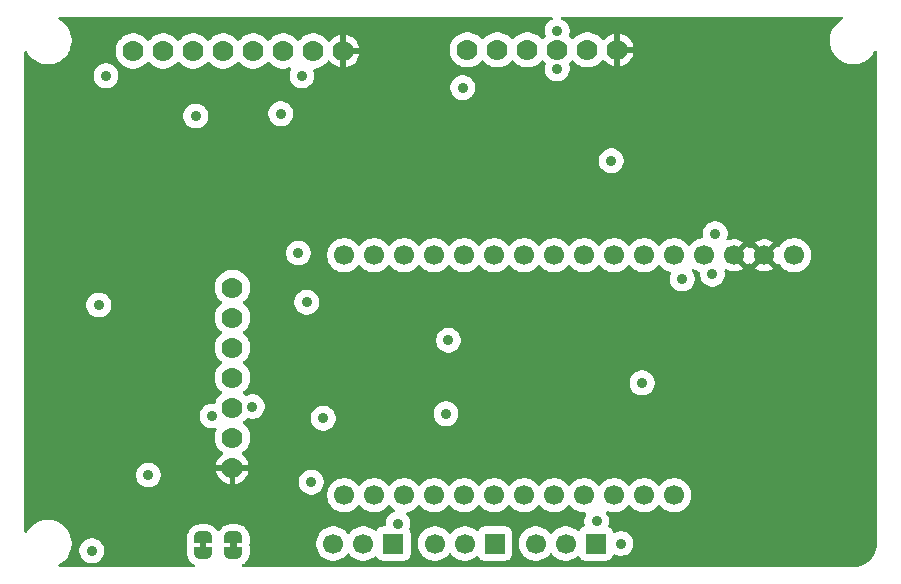
<source format=gbr>
%TF.GenerationSoftware,KiCad,Pcbnew,9.0.7*%
%TF.CreationDate,2026-02-04T13:28:02-08:00*%
%TF.ProjectId,BasicDatalogger,42617369-6344-4617-9461-6c6f67676572,rev?*%
%TF.SameCoordinates,Original*%
%TF.FileFunction,Copper,L1,Top*%
%TF.FilePolarity,Positive*%
%FSLAX46Y46*%
G04 Gerber Fmt 4.6, Leading zero omitted, Abs format (unit mm)*
G04 Created by KiCad (PCBNEW 9.0.7) date 2026-02-04 13:28:02*
%MOMM*%
%LPD*%
G01*
G04 APERTURE LIST*
G04 Aperture macros list*
%AMFreePoly0*
4,1,23,0.500000,-0.750000,0.000000,-0.750000,0.000000,-0.745722,-0.065263,-0.745722,-0.191342,-0.711940,-0.304381,-0.646677,-0.396677,-0.554381,-0.461940,-0.441342,-0.495722,-0.315263,-0.495722,-0.250000,-0.500000,-0.250000,-0.500000,0.250000,-0.495722,0.250000,-0.495722,0.315263,-0.461940,0.441342,-0.396677,0.554381,-0.304381,0.646677,-0.191342,0.711940,-0.065263,0.745722,0.000000,0.745722,
0.000000,0.750000,0.500000,0.750000,0.500000,-0.750000,0.500000,-0.750000,$1*%
%AMFreePoly1*
4,1,23,0.000000,0.745722,0.065263,0.745722,0.191342,0.711940,0.304381,0.646677,0.396677,0.554381,0.461940,0.441342,0.495722,0.315263,0.495722,0.250000,0.500000,0.250000,0.500000,-0.250000,0.495722,-0.250000,0.495722,-0.315263,0.461940,-0.441342,0.396677,-0.554381,0.304381,-0.646677,0.191342,-0.711940,0.065263,-0.745722,0.000000,-0.745722,0.000000,-0.750000,-0.500000,-0.750000,
-0.500000,0.750000,0.000000,0.750000,0.000000,0.745722,0.000000,0.745722,$1*%
G04 Aperture macros list end*
%TA.AperFunction,ComponentPad*%
%ADD10R,1.700000X1.700000*%
%TD*%
%TA.AperFunction,ComponentPad*%
%ADD11C,1.700000*%
%TD*%
%TA.AperFunction,SMDPad,CuDef*%
%ADD12FreePoly0,90.000000*%
%TD*%
%TA.AperFunction,SMDPad,CuDef*%
%ADD13FreePoly1,90.000000*%
%TD*%
%TA.AperFunction,ComponentPad*%
%ADD14C,1.778000*%
%TD*%
%TA.AperFunction,ViaPad*%
%ADD15C,0.900000*%
%TD*%
%TA.AperFunction,Conductor*%
%ADD16C,0.600000*%
%TD*%
%TA.AperFunction,Conductor*%
%ADD17C,0.500000*%
%TD*%
G04 APERTURE END LIST*
D10*
%TO.P,3,1,Pin_1*%
%TO.N,/GND*%
X105140000Y-74400000D03*
D11*
%TO.P,3,2,Pin_2*%
%TO.N,/PWR*%
X102600000Y-74400000D03*
%TO.P,3,3,Pin_3*%
%TO.N,/S1*%
X100060000Y-74400000D03*
%TD*%
D10*
%TO.P,2,1,Pin_1*%
%TO.N,/GND*%
X113740000Y-74400000D03*
D11*
%TO.P,2,2,Pin_2*%
%TO.N,/PWR*%
X111200000Y-74400000D03*
%TO.P,2,3,Pin_3*%
%TO.N,/S2*%
X108660000Y-74400000D03*
%TD*%
D10*
%TO.P,1,1,Pin_1*%
%TO.N,/GND*%
X122280000Y-74400000D03*
D11*
%TO.P,1,2,Pin_2*%
%TO.N,/PWR*%
X119740000Y-74400000D03*
%TO.P,1,3,Pin_3*%
%TO.N,/S3*%
X117200000Y-74400000D03*
%TD*%
D12*
%TO.P,PWR,1,A*%
%TO.N,/PWR*%
X91601578Y-75182415D03*
D13*
%TO.P,PWR,2,B*%
X91601578Y-73882415D03*
%TD*%
D12*
%TO.P,GND,1,A*%
%TO.N,/GND*%
X89039052Y-75182415D03*
D13*
%TO.P,GND,2,B*%
X89039052Y-73882415D03*
%TD*%
D11*
%TO.P,U1,1,RESET*%
%TO.N,unconnected-(U1-RESET-Pad1)*%
X139080000Y-50000000D03*
%TO.P,U1,2,3.3V*%
%TO.N,/3V3*%
X136540000Y-50000000D03*
%TO.P,U1,3,3.3V*%
X134000000Y-50000000D03*
%TO.P,U1,4,GND*%
%TO.N,/GND*%
X131460000Y-50000000D03*
%TO.P,U1,5,A0/GPIO26*%
%TO.N,unconnected-(U1-A0{slash}GPIO26-Pad5)*%
X128920000Y-50000000D03*
%TO.P,U1,6,A1/GPIO27*%
%TO.N,unconnected-(U1-A1{slash}GPIO27-Pad6)*%
X126380000Y-50000000D03*
%TO.P,U1,7,A2/GPIO28*%
%TO.N,unconnected-(U1-A2{slash}GPIO28-Pad7)*%
X123840000Y-50000000D03*
%TO.P,U1,8,A3/GPIO29*%
%TO.N,unconnected-(U1-A3{slash}GPIO29-Pad8)*%
X121300000Y-50000000D03*
%TO.P,U1,9,D24/GPIO24*%
%TO.N,unconnected-(U1-D24{slash}GPIO24-Pad9)*%
X118760000Y-50000000D03*
%TO.P,U1,10,D25/GPIO25*%
%TO.N,unconnected-(U1-D25{slash}GPIO25-Pad10)*%
X116220000Y-50000000D03*
%TO.P,U1,11,SCK/GPIO18*%
%TO.N,/SCK*%
X113680000Y-50000000D03*
%TO.P,U1,12,MOSI/GPIO19*%
%TO.N,/MOSI*%
X111140000Y-50000000D03*
%TO.P,U1,13,MISO/GPIO20*%
%TO.N,/MISO*%
X108600000Y-50000000D03*
%TO.P,U1,14,RX/CS/GPIO1*%
%TO.N,/CS*%
X106060000Y-50000000D03*
%TO.P,U1,15,TX/GPIO0*%
%TO.N,unconnected-(U1-TX{slash}GPIO0-Pad15)*%
X103520000Y-50000000D03*
%TO.P,U1,16,D4/GPIO6*%
%TO.N,unconnected-(U1-D4{slash}GPIO6-Pad16)*%
X100980000Y-50000000D03*
%TO.P,U1,17,SDA/GPIO2*%
%TO.N,/SDA*%
X100980000Y-70320000D03*
%TO.P,U1,18,SCL/GPIO3*%
%TO.N,/SCL*%
X103520000Y-70320000D03*
%TO.P,U1,19,D5/GPIO7*%
%TO.N,/S1*%
X106060000Y-70320000D03*
%TO.P,U1,20,D6/GPIO8*%
%TO.N,/S2*%
X108600000Y-70320000D03*
%TO.P,U1,21,D9/GPIO9*%
%TO.N,/S3*%
X111140000Y-70320000D03*
%TO.P,U1,22,D10/GPIO10*%
%TO.N,unconnected-(U1-D10{slash}GPIO10-Pad22)*%
X113680000Y-70320000D03*
%TO.P,U1,23,D11/GPIO11*%
%TO.N,unconnected-(U1-D11{slash}GPIO11-Pad23)*%
X116220000Y-70320000D03*
%TO.P,U1,24,D12/GPIO12*%
%TO.N,unconnected-(U1-D12{slash}GPIO12-Pad24)*%
X118760000Y-70320000D03*
%TO.P,U1,25,D13/GPIO13*%
%TO.N,unconnected-(U1-D13{slash}GPIO13-Pad25)*%
X121300000Y-70320000D03*
%TO.P,U1,26,Vbus*%
%TO.N,unconnected-(U1-Vbus-Pad26)*%
X123840000Y-70320000D03*
%TO.P,U1,27,ENABLE*%
%TO.N,unconnected-(U1-ENABLE-Pad27)*%
X126380000Y-70320000D03*
%TO.P,U1,28,VBat*%
%TO.N,unconnected-(U1-VBat-Pad28)*%
X128920000Y-70320000D03*
%TD*%
D14*
%TO.P,U2,1,VIN*%
%TO.N,/3V3*%
X100890000Y-32700000D03*
%TO.P,U2,2,3Vo*%
%TO.N,unconnected-(U2-3Vo-Pad2)*%
X98350000Y-32700000D03*
%TO.P,U2,3,GND*%
%TO.N,/GND*%
X95810000Y-32700000D03*
%TO.P,U2,4,SCL*%
%TO.N,/SCL*%
X93270000Y-32700000D03*
%TO.P,U2,5,SDO*%
%TO.N,unconnected-(U2-SDO-Pad5)*%
X90730000Y-32700000D03*
%TO.P,U2,6,SDA*%
%TO.N,/SDA*%
X88190000Y-32700000D03*
%TO.P,U2,7,CS*%
%TO.N,unconnected-(U2-CS-Pad7)*%
X85650000Y-32700000D03*
%TO.P,U2,8,INT*%
%TO.N,unconnected-(U2-INT-Pad8)*%
X83110000Y-32700000D03*
%TD*%
%TO.P,U4,1,VIN*%
%TO.N,/3V3*%
X91513796Y-67972407D03*
%TO.P,U4,2,3V3*%
%TO.N,unconnected-(U4-3V3-Pad2)*%
X91513796Y-65432407D03*
%TO.P,U4,3,GND*%
%TO.N,/GND*%
X91513796Y-62892407D03*
%TO.P,U4,4,SCK*%
%TO.N,/SCK*%
X91513796Y-60352407D03*
%TO.P,U4,5,MISO*%
%TO.N,/MISO*%
X91513796Y-57812407D03*
%TO.P,U4,6,MOSI*%
%TO.N,/MOSI*%
X91513796Y-55272407D03*
%TO.P,U4,7,CS*%
%TO.N,/CS*%
X91513796Y-52732407D03*
%TD*%
%TO.P,U3,1,VIN*%
%TO.N,/3V3*%
X124100000Y-32600000D03*
%TO.P,U3,2,3Vo*%
%TO.N,unconnected-(U3-3Vo-Pad2)*%
X121560000Y-32600000D03*
%TO.P,U3,3,GND*%
%TO.N,/GND*%
X119020000Y-32600000D03*
%TO.P,U3,4,SCL*%
%TO.N,/SCL*%
X116480000Y-32600000D03*
%TO.P,U3,5,SDA*%
%TO.N,/SDA*%
X113940000Y-32600000D03*
%TO.P,U3,6,INT2*%
%TO.N,unconnected-(U3-INT2-Pad6)*%
X111400000Y-32600000D03*
%TD*%
D15*
%TO.N,/GND*%
X122347526Y-72534769D03*
X124400000Y-74400000D03*
X105530956Y-72712200D03*
X98200000Y-69200000D03*
%TO.N,/PWR*%
X91601578Y-75182415D03*
%TO.N,/GND*%
X89039052Y-75182415D03*
X95600000Y-38000000D03*
X97400000Y-34800000D03*
X111000000Y-35800000D03*
X132156185Y-51613338D03*
X132386662Y-48156185D03*
X109600000Y-63400000D03*
X99200000Y-63800000D03*
X119000000Y-31000000D03*
X80800000Y-34800000D03*
X109800000Y-57200000D03*
X126200000Y-60800000D03*
X129600000Y-52000000D03*
X93200000Y-62800000D03*
X80200000Y-54200000D03*
X97800000Y-53972407D03*
X79600000Y-75000000D03*
X97100000Y-49800000D03*
X88400000Y-38200000D03*
X123600000Y-42000000D03*
X89800000Y-63600000D03*
X84400000Y-68600000D03*
X119000000Y-34200000D03*
%TD*%
D16*
%TO.N,/PWR*%
X91601578Y-73882415D02*
X91601578Y-75182415D01*
D17*
%TO.N,/GND*%
X89039052Y-75182415D02*
X89039052Y-73882415D01*
%TD*%
%TA.AperFunction,Conductor*%
%TO.N,/3V3*%
G36*
X118594409Y-29820185D02*
G01*
X118640164Y-29872989D01*
X118650108Y-29942147D01*
X118621083Y-30005703D01*
X118574823Y-30039061D01*
X118502403Y-30069058D01*
X118330342Y-30184024D01*
X118184024Y-30330342D01*
X118069058Y-30502403D01*
X117989870Y-30693579D01*
X117989868Y-30693587D01*
X117949500Y-30896530D01*
X117949500Y-31103469D01*
X117989868Y-31306412D01*
X117989871Y-31306424D01*
X118021790Y-31383484D01*
X118023635Y-31400653D01*
X118030392Y-31416549D01*
X118027293Y-31434672D01*
X118029259Y-31452954D01*
X118021481Y-31468671D01*
X118018618Y-31485419D01*
X118000951Y-31510157D01*
X117998756Y-31514594D01*
X117996852Y-31516676D01*
X117883873Y-31629656D01*
X117846230Y-31681466D01*
X117841527Y-31686612D01*
X117817366Y-31701248D01*
X117794987Y-31718506D01*
X117787873Y-31719116D01*
X117781769Y-31722815D01*
X117753528Y-31722066D01*
X117725373Y-31724484D01*
X117719058Y-31721152D01*
X117711923Y-31720963D01*
X117688565Y-31705061D01*
X117663579Y-31691877D01*
X117655495Y-31682548D01*
X117654167Y-31681644D01*
X117653642Y-31680410D01*
X117649683Y-31675841D01*
X117616127Y-31629656D01*
X117450346Y-31463875D01*
X117450344Y-31463873D01*
X117260668Y-31326065D01*
X117248031Y-31319626D01*
X117051774Y-31219627D01*
X116828792Y-31147175D01*
X116597231Y-31110500D01*
X116597226Y-31110500D01*
X116362774Y-31110500D01*
X116362769Y-31110500D01*
X116131207Y-31147175D01*
X115908225Y-31219627D01*
X115699331Y-31326065D01*
X115596671Y-31400653D01*
X115509656Y-31463873D01*
X115509654Y-31463875D01*
X115509653Y-31463875D01*
X115343872Y-31629656D01*
X115310317Y-31675841D01*
X115254987Y-31718506D01*
X115185373Y-31724484D01*
X115123579Y-31691877D01*
X115109683Y-31675841D01*
X115076127Y-31629656D01*
X114910346Y-31463875D01*
X114910344Y-31463873D01*
X114720668Y-31326065D01*
X114708031Y-31319626D01*
X114511774Y-31219627D01*
X114288792Y-31147175D01*
X114057231Y-31110500D01*
X114057226Y-31110500D01*
X113822774Y-31110500D01*
X113822769Y-31110500D01*
X113591207Y-31147175D01*
X113368225Y-31219627D01*
X113159331Y-31326065D01*
X113056671Y-31400653D01*
X112969656Y-31463873D01*
X112969654Y-31463875D01*
X112969653Y-31463875D01*
X112803872Y-31629656D01*
X112770317Y-31675841D01*
X112714987Y-31718506D01*
X112645373Y-31724484D01*
X112583579Y-31691877D01*
X112569683Y-31675841D01*
X112536127Y-31629656D01*
X112370346Y-31463875D01*
X112370344Y-31463873D01*
X112180668Y-31326065D01*
X112168031Y-31319626D01*
X111971774Y-31219627D01*
X111748792Y-31147175D01*
X111517231Y-31110500D01*
X111517226Y-31110500D01*
X111282774Y-31110500D01*
X111282769Y-31110500D01*
X111051207Y-31147175D01*
X110828225Y-31219627D01*
X110619331Y-31326065D01*
X110516671Y-31400653D01*
X110429656Y-31463873D01*
X110429654Y-31463875D01*
X110429653Y-31463875D01*
X110263875Y-31629653D01*
X110263875Y-31629654D01*
X110263873Y-31629656D01*
X110225445Y-31682548D01*
X110126065Y-31819331D01*
X110019627Y-32028225D01*
X109947175Y-32251207D01*
X109910500Y-32482768D01*
X109910500Y-32717231D01*
X109947175Y-32948792D01*
X110019627Y-33171774D01*
X110088672Y-33307281D01*
X110126065Y-33380668D01*
X110263873Y-33570344D01*
X110429656Y-33736127D01*
X110619332Y-33873935D01*
X110718027Y-33924222D01*
X110828225Y-33980372D01*
X110828227Y-33980372D01*
X110828230Y-33980374D01*
X110947752Y-34019209D01*
X111051207Y-34052824D01*
X111282769Y-34089500D01*
X111282774Y-34089500D01*
X111517231Y-34089500D01*
X111748792Y-34052824D01*
X111971770Y-33980374D01*
X112180668Y-33873935D01*
X112370344Y-33736127D01*
X112536127Y-33570344D01*
X112569682Y-33524158D01*
X112625011Y-33481493D01*
X112694625Y-33475514D01*
X112756420Y-33508119D01*
X112770315Y-33524155D01*
X112803873Y-33570344D01*
X112969656Y-33736127D01*
X113159332Y-33873935D01*
X113258027Y-33924222D01*
X113368225Y-33980372D01*
X113368227Y-33980372D01*
X113368230Y-33980374D01*
X113487752Y-34019209D01*
X113591207Y-34052824D01*
X113822769Y-34089500D01*
X113822774Y-34089500D01*
X114057231Y-34089500D01*
X114288792Y-34052824D01*
X114511770Y-33980374D01*
X114720668Y-33873935D01*
X114910344Y-33736127D01*
X115076127Y-33570344D01*
X115109682Y-33524158D01*
X115165011Y-33481493D01*
X115234625Y-33475514D01*
X115296420Y-33508119D01*
X115310315Y-33524155D01*
X115343873Y-33570344D01*
X115509656Y-33736127D01*
X115699332Y-33873935D01*
X115798027Y-33924222D01*
X115908225Y-33980372D01*
X115908227Y-33980372D01*
X115908230Y-33980374D01*
X116027752Y-34019209D01*
X116131207Y-34052824D01*
X116362769Y-34089500D01*
X116362774Y-34089500D01*
X116597231Y-34089500D01*
X116828792Y-34052824D01*
X117051770Y-33980374D01*
X117260668Y-33873935D01*
X117450344Y-33736127D01*
X117616127Y-33570344D01*
X117649682Y-33524158D01*
X117666633Y-33511086D01*
X117680219Y-33494542D01*
X117693750Y-33490175D01*
X117705011Y-33481493D01*
X117726340Y-33479661D01*
X117746713Y-33473088D01*
X117760457Y-33476730D01*
X117774625Y-33475514D01*
X117793557Y-33485503D01*
X117814251Y-33490988D01*
X117828110Y-33503734D01*
X117836420Y-33508119D01*
X117841527Y-33513386D01*
X117846224Y-33518525D01*
X117883873Y-33570344D01*
X117996875Y-33683346D01*
X117998757Y-33685405D01*
X118012934Y-33714389D01*
X118028396Y-33742705D01*
X118028190Y-33745578D01*
X118029457Y-33748168D01*
X118025713Y-33780211D01*
X118023412Y-33812397D01*
X118021791Y-33816515D01*
X117989870Y-33893578D01*
X117989867Y-33893587D01*
X117949500Y-34096530D01*
X117949500Y-34303469D01*
X117989868Y-34506412D01*
X117989870Y-34506420D01*
X118069058Y-34697596D01*
X118184024Y-34869657D01*
X118330342Y-35015975D01*
X118330345Y-35015977D01*
X118502402Y-35130941D01*
X118693580Y-35210130D01*
X118896530Y-35250499D01*
X118896534Y-35250500D01*
X118896535Y-35250500D01*
X119103466Y-35250500D01*
X119103467Y-35250499D01*
X119306420Y-35210130D01*
X119497598Y-35130941D01*
X119669655Y-35015977D01*
X119815977Y-34869655D01*
X119930941Y-34697598D01*
X120010130Y-34506420D01*
X120050500Y-34303465D01*
X120050500Y-34096535D01*
X120010130Y-33893580D01*
X119989924Y-33844801D01*
X119982455Y-33775333D01*
X120013729Y-33712853D01*
X120016804Y-33709667D01*
X120067000Y-33659471D01*
X120156127Y-33570344D01*
X120189682Y-33524158D01*
X120245011Y-33481493D01*
X120314625Y-33475514D01*
X120376420Y-33508119D01*
X120390315Y-33524155D01*
X120423873Y-33570344D01*
X120589656Y-33736127D01*
X120779332Y-33873935D01*
X120878027Y-33924222D01*
X120988225Y-33980372D01*
X120988227Y-33980372D01*
X120988230Y-33980374D01*
X121107752Y-34019209D01*
X121211207Y-34052824D01*
X121442769Y-34089500D01*
X121442774Y-34089500D01*
X121677231Y-34089500D01*
X121908792Y-34052824D01*
X122131770Y-33980374D01*
X122340668Y-33873935D01*
X122530344Y-33736127D01*
X122696127Y-33570344D01*
X122791794Y-33438670D01*
X122847124Y-33396004D01*
X122916737Y-33390025D01*
X122978532Y-33422631D01*
X122992430Y-33438670D01*
X123040524Y-33504866D01*
X123040528Y-33504871D01*
X123195128Y-33659471D01*
X123195133Y-33659475D01*
X123372001Y-33787976D01*
X123566808Y-33887237D01*
X123566811Y-33887238D01*
X123774739Y-33954797D01*
X123849999Y-33966717D01*
X123850000Y-33966717D01*
X123850000Y-33033012D01*
X123907007Y-33065925D01*
X124034174Y-33100000D01*
X124165826Y-33100000D01*
X124292993Y-33065925D01*
X124350000Y-33033012D01*
X124350000Y-33966717D01*
X124425258Y-33954797D01*
X124425261Y-33954797D01*
X124633188Y-33887238D01*
X124633191Y-33887237D01*
X124827998Y-33787976D01*
X125004866Y-33659475D01*
X125004871Y-33659471D01*
X125159471Y-33504871D01*
X125159475Y-33504866D01*
X125287976Y-33327998D01*
X125387237Y-33133191D01*
X125387238Y-33133188D01*
X125454798Y-32925258D01*
X125466718Y-32850000D01*
X124533012Y-32850000D01*
X124565925Y-32792993D01*
X124600000Y-32665826D01*
X124600000Y-32534174D01*
X124565925Y-32407007D01*
X124533012Y-32350000D01*
X125466718Y-32350000D01*
X125454798Y-32274741D01*
X125387238Y-32066811D01*
X125387237Y-32066808D01*
X125287976Y-31872001D01*
X125159475Y-31695133D01*
X125159471Y-31695128D01*
X125004871Y-31540528D01*
X125004866Y-31540524D01*
X124827998Y-31412023D01*
X124633191Y-31312762D01*
X124633188Y-31312761D01*
X124425258Y-31245201D01*
X124350000Y-31233281D01*
X124350000Y-32166988D01*
X124292993Y-32134075D01*
X124165826Y-32100000D01*
X124034174Y-32100000D01*
X123907007Y-32134075D01*
X123850000Y-32166988D01*
X123850000Y-31233281D01*
X123774741Y-31245201D01*
X123566811Y-31312761D01*
X123566808Y-31312762D01*
X123372001Y-31412023D01*
X123195133Y-31540524D01*
X123195128Y-31540528D01*
X123040528Y-31695128D01*
X122992430Y-31761330D01*
X122937100Y-31803995D01*
X122867486Y-31809974D01*
X122805691Y-31777368D01*
X122791794Y-31761330D01*
X122768779Y-31729653D01*
X122696127Y-31629656D01*
X122530344Y-31463873D01*
X122340668Y-31326065D01*
X122328031Y-31319626D01*
X122131774Y-31219627D01*
X121908792Y-31147175D01*
X121677231Y-31110500D01*
X121677226Y-31110500D01*
X121442774Y-31110500D01*
X121442769Y-31110500D01*
X121211207Y-31147175D01*
X120988225Y-31219627D01*
X120779331Y-31326065D01*
X120676671Y-31400653D01*
X120589656Y-31463873D01*
X120589654Y-31463875D01*
X120589653Y-31463875D01*
X120423872Y-31629656D01*
X120390317Y-31675841D01*
X120334987Y-31718506D01*
X120265373Y-31724484D01*
X120203579Y-31691877D01*
X120189683Y-31675841D01*
X120156127Y-31629656D01*
X120016804Y-31490333D01*
X119983319Y-31429010D01*
X119988303Y-31359318D01*
X119989925Y-31355198D01*
X120010128Y-31306425D01*
X120010128Y-31306424D01*
X120010130Y-31306420D01*
X120050500Y-31103465D01*
X120050500Y-30896535D01*
X120010130Y-30693580D01*
X119930941Y-30502402D01*
X119815977Y-30330345D01*
X119815975Y-30330342D01*
X119669657Y-30184024D01*
X119583626Y-30126541D01*
X119497598Y-30069059D01*
X119425177Y-30039061D01*
X119370774Y-29995220D01*
X119348709Y-29928926D01*
X119365988Y-29861226D01*
X119417126Y-29813616D01*
X119472630Y-29800500D01*
X143099462Y-29800500D01*
X143166501Y-29820185D01*
X143212256Y-29872989D01*
X143222200Y-29942147D01*
X143193175Y-30005703D01*
X143161462Y-30031887D01*
X142986196Y-30133075D01*
X142778148Y-30292718D01*
X142592718Y-30478148D01*
X142433075Y-30686196D01*
X142301958Y-30913299D01*
X142301953Y-30913309D01*
X142201605Y-31155571D01*
X142201602Y-31155581D01*
X142133730Y-31408884D01*
X142132721Y-31416549D01*
X142099500Y-31668872D01*
X142099500Y-31931127D01*
X142120436Y-32090140D01*
X142133730Y-32191116D01*
X142182932Y-32374741D01*
X142201602Y-32444418D01*
X142201605Y-32444428D01*
X142301953Y-32686690D01*
X142301958Y-32686700D01*
X142433075Y-32913803D01*
X142592718Y-33121851D01*
X142592726Y-33121860D01*
X142778140Y-33307274D01*
X142778148Y-33307281D01*
X142778149Y-33307282D01*
X142826554Y-33344424D01*
X142986196Y-33466924D01*
X143213299Y-33598041D01*
X143213309Y-33598046D01*
X143424213Y-33685405D01*
X143455581Y-33698398D01*
X143708884Y-33766270D01*
X143968880Y-33800500D01*
X143968887Y-33800500D01*
X144231113Y-33800500D01*
X144231120Y-33800500D01*
X144491116Y-33766270D01*
X144744419Y-33698398D01*
X144923648Y-33624159D01*
X144986690Y-33598046D01*
X144986691Y-33598045D01*
X144986697Y-33598043D01*
X145213803Y-33466924D01*
X145421851Y-33307282D01*
X145421855Y-33307277D01*
X145421860Y-33307274D01*
X145607274Y-33121860D01*
X145607277Y-33121855D01*
X145607282Y-33121851D01*
X145766924Y-32913803D01*
X145778939Y-32892993D01*
X145868113Y-32738538D01*
X145918679Y-32690322D01*
X145987286Y-32677098D01*
X146052151Y-32703066D01*
X146092680Y-32759980D01*
X146099500Y-32800537D01*
X146099500Y-74395933D01*
X146099235Y-74404043D01*
X146082925Y-74652883D01*
X146080807Y-74668964D01*
X146032954Y-74909535D01*
X146028756Y-74925202D01*
X145949909Y-75157479D01*
X145943702Y-75172465D01*
X145835212Y-75392460D01*
X145827102Y-75406507D01*
X145690825Y-75610460D01*
X145680951Y-75623328D01*
X145519218Y-75807749D01*
X145507749Y-75819218D01*
X145323328Y-75980951D01*
X145310460Y-75990825D01*
X145106507Y-76127102D01*
X145092460Y-76135212D01*
X144872465Y-76243702D01*
X144857479Y-76249909D01*
X144625202Y-76328756D01*
X144609535Y-76332954D01*
X144368964Y-76380807D01*
X144352883Y-76382925D01*
X144104043Y-76399235D01*
X144095933Y-76399500D01*
X92417298Y-76399500D01*
X92350259Y-76379815D01*
X92304504Y-76327011D01*
X92294560Y-76257853D01*
X92323585Y-76194297D01*
X92355297Y-76168113D01*
X92461335Y-76106892D01*
X92586738Y-76010667D01*
X92679830Y-75917575D01*
X92776055Y-75792172D01*
X92841881Y-75678158D01*
X92902370Y-75532126D01*
X92935485Y-75408541D01*
X92936064Y-75406613D01*
X92936440Y-75404977D01*
X92936445Y-75404959D01*
X92936446Y-75404956D01*
X92957078Y-75248241D01*
X92957078Y-74682415D01*
X92939460Y-74548593D01*
X92939460Y-74516236D01*
X92957078Y-74382415D01*
X92957078Y-74285837D01*
X98609500Y-74285837D01*
X98609500Y-74514162D01*
X98645215Y-74739660D01*
X98715770Y-74956803D01*
X98790499Y-75103465D01*
X98819421Y-75160228D01*
X98953621Y-75344937D01*
X99115063Y-75506379D01*
X99299772Y-75640579D01*
X99395884Y-75689550D01*
X99503196Y-75744229D01*
X99503198Y-75744229D01*
X99503201Y-75744231D01*
X99564253Y-75764068D01*
X99720339Y-75814784D01*
X99945838Y-75850500D01*
X99945843Y-75850500D01*
X100174162Y-75850500D01*
X100399660Y-75814784D01*
X100421311Y-75807749D01*
X100616799Y-75744231D01*
X100820228Y-75640579D01*
X101004937Y-75506379D01*
X101166379Y-75344937D01*
X101229682Y-75257807D01*
X101285012Y-75215143D01*
X101354626Y-75209164D01*
X101416421Y-75241770D01*
X101430315Y-75257804D01*
X101493621Y-75344937D01*
X101655063Y-75506379D01*
X101839772Y-75640579D01*
X101935884Y-75689550D01*
X102043196Y-75744229D01*
X102043198Y-75744229D01*
X102043201Y-75744231D01*
X102104253Y-75764068D01*
X102260339Y-75814784D01*
X102485838Y-75850500D01*
X102485843Y-75850500D01*
X102714162Y-75850500D01*
X102939660Y-75814784D01*
X102961311Y-75807749D01*
X103156799Y-75744231D01*
X103360228Y-75640579D01*
X103544937Y-75506379D01*
X103556037Y-75495279D01*
X103617359Y-75461792D01*
X103687051Y-75466774D01*
X103742986Y-75508643D01*
X103758281Y-75535501D01*
X103765463Y-75552839D01*
X103765464Y-75552841D01*
X103861718Y-75678282D01*
X103987159Y-75774536D01*
X104133238Y-75835044D01*
X104250639Y-75850500D01*
X106029360Y-75850499D01*
X106029363Y-75850499D01*
X106146753Y-75835046D01*
X106146757Y-75835044D01*
X106146762Y-75835044D01*
X106292841Y-75774536D01*
X106418282Y-75678282D01*
X106514536Y-75552841D01*
X106575044Y-75406762D01*
X106590500Y-75289361D01*
X106590499Y-74285837D01*
X107209500Y-74285837D01*
X107209500Y-74514162D01*
X107245215Y-74739660D01*
X107315770Y-74956803D01*
X107390499Y-75103465D01*
X107419421Y-75160228D01*
X107553621Y-75344937D01*
X107715063Y-75506379D01*
X107899772Y-75640579D01*
X107995884Y-75689550D01*
X108103196Y-75744229D01*
X108103198Y-75744229D01*
X108103201Y-75744231D01*
X108164253Y-75764068D01*
X108320339Y-75814784D01*
X108545838Y-75850500D01*
X108545843Y-75850500D01*
X108774162Y-75850500D01*
X108999660Y-75814784D01*
X109021311Y-75807749D01*
X109216799Y-75744231D01*
X109420228Y-75640579D01*
X109604937Y-75506379D01*
X109766379Y-75344937D01*
X109829682Y-75257807D01*
X109885012Y-75215143D01*
X109954626Y-75209164D01*
X110016421Y-75241770D01*
X110030315Y-75257804D01*
X110093621Y-75344937D01*
X110255063Y-75506379D01*
X110439772Y-75640579D01*
X110535884Y-75689550D01*
X110643196Y-75744229D01*
X110643198Y-75744229D01*
X110643201Y-75744231D01*
X110704253Y-75764068D01*
X110860339Y-75814784D01*
X111085838Y-75850500D01*
X111085843Y-75850500D01*
X111314162Y-75850500D01*
X111539660Y-75814784D01*
X111561311Y-75807749D01*
X111756799Y-75744231D01*
X111960228Y-75640579D01*
X112144937Y-75506379D01*
X112156037Y-75495279D01*
X112217359Y-75461792D01*
X112287051Y-75466774D01*
X112342986Y-75508643D01*
X112358281Y-75535501D01*
X112365463Y-75552839D01*
X112365464Y-75552841D01*
X112461718Y-75678282D01*
X112587159Y-75774536D01*
X112733238Y-75835044D01*
X112850639Y-75850500D01*
X114629360Y-75850499D01*
X114629363Y-75850499D01*
X114746753Y-75835046D01*
X114746757Y-75835044D01*
X114746762Y-75835044D01*
X114892841Y-75774536D01*
X115018282Y-75678282D01*
X115114536Y-75552841D01*
X115175044Y-75406762D01*
X115190500Y-75289361D01*
X115190499Y-73510640D01*
X115190499Y-73510636D01*
X115175046Y-73393246D01*
X115175044Y-73393241D01*
X115175044Y-73393238D01*
X115114536Y-73247159D01*
X115018282Y-73121718D01*
X114892841Y-73025464D01*
X114892836Y-73025462D01*
X114746762Y-72964956D01*
X114746760Y-72964955D01*
X114629370Y-72949501D01*
X114629367Y-72949500D01*
X114629361Y-72949500D01*
X114629354Y-72949500D01*
X112850636Y-72949500D01*
X112733246Y-72964953D01*
X112733237Y-72964956D01*
X112587160Y-73025463D01*
X112461718Y-73121718D01*
X112365463Y-73247160D01*
X112358281Y-73264499D01*
X112314438Y-73318901D01*
X112248143Y-73340964D01*
X112180444Y-73323683D01*
X112156040Y-73304724D01*
X112144938Y-73293622D01*
X112134718Y-73286197D01*
X111960228Y-73159421D01*
X111936339Y-73147249D01*
X111756803Y-73055770D01*
X111539660Y-72985215D01*
X111314162Y-72949500D01*
X111314157Y-72949500D01*
X111085843Y-72949500D01*
X111085838Y-72949500D01*
X110860339Y-72985215D01*
X110643196Y-73055770D01*
X110439771Y-73159421D01*
X110255061Y-73293622D01*
X110093623Y-73455060D01*
X110093616Y-73455069D01*
X110030317Y-73542191D01*
X109974987Y-73584857D01*
X109905373Y-73590835D01*
X109843579Y-73558228D01*
X109829683Y-73542191D01*
X109766383Y-73455069D01*
X109766379Y-73455063D01*
X109604937Y-73293621D01*
X109420228Y-73159421D01*
X109396339Y-73147249D01*
X109216803Y-73055770D01*
X108999660Y-72985215D01*
X108774162Y-72949500D01*
X108774157Y-72949500D01*
X108545843Y-72949500D01*
X108545838Y-72949500D01*
X108320339Y-72985215D01*
X108103196Y-73055770D01*
X107899771Y-73159421D01*
X107715061Y-73293622D01*
X107553622Y-73455061D01*
X107419421Y-73639771D01*
X107315770Y-73843196D01*
X107245215Y-74060339D01*
X107209500Y-74285837D01*
X106590499Y-74285837D01*
X106590499Y-73510640D01*
X106590499Y-73510636D01*
X106575046Y-73393246D01*
X106575044Y-73393241D01*
X106575044Y-73393238D01*
X106530706Y-73286196D01*
X106514538Y-73247163D01*
X106514534Y-73247156D01*
X106513879Y-73246302D01*
X106513550Y-73245452D01*
X106510474Y-73240124D01*
X106511305Y-73239643D01*
X106488688Y-73181132D01*
X106497696Y-73123370D01*
X106541086Y-73018620D01*
X106581456Y-72815665D01*
X106581456Y-72608735D01*
X106541086Y-72405780D01*
X106461897Y-72214602D01*
X106346933Y-72042545D01*
X106346931Y-72042542D01*
X106260545Y-71956156D01*
X106227060Y-71894833D01*
X106232044Y-71825141D01*
X106273916Y-71769208D01*
X106328823Y-71746003D01*
X106399660Y-71734784D01*
X106616799Y-71664231D01*
X106820228Y-71560579D01*
X107004937Y-71426379D01*
X107166379Y-71264937D01*
X107229682Y-71177807D01*
X107285012Y-71135143D01*
X107354626Y-71129164D01*
X107416421Y-71161770D01*
X107430315Y-71177804D01*
X107493621Y-71264937D01*
X107655063Y-71426379D01*
X107839772Y-71560579D01*
X107924653Y-71603828D01*
X108043196Y-71664229D01*
X108043198Y-71664229D01*
X108043201Y-71664231D01*
X108114625Y-71687438D01*
X108260339Y-71734784D01*
X108485838Y-71770500D01*
X108485843Y-71770500D01*
X108714162Y-71770500D01*
X108939660Y-71734784D01*
X108946686Y-71732501D01*
X109156799Y-71664231D01*
X109360228Y-71560579D01*
X109544937Y-71426379D01*
X109706379Y-71264937D01*
X109769682Y-71177807D01*
X109825012Y-71135143D01*
X109894626Y-71129164D01*
X109956421Y-71161770D01*
X109970315Y-71177804D01*
X110033621Y-71264937D01*
X110195063Y-71426379D01*
X110379772Y-71560579D01*
X110464653Y-71603828D01*
X110583196Y-71664229D01*
X110583198Y-71664229D01*
X110583201Y-71664231D01*
X110654625Y-71687438D01*
X110800339Y-71734784D01*
X111025838Y-71770500D01*
X111025843Y-71770500D01*
X111254162Y-71770500D01*
X111479660Y-71734784D01*
X111486686Y-71732501D01*
X111696799Y-71664231D01*
X111900228Y-71560579D01*
X112084937Y-71426379D01*
X112246379Y-71264937D01*
X112309682Y-71177807D01*
X112365012Y-71135143D01*
X112434626Y-71129164D01*
X112496421Y-71161770D01*
X112510315Y-71177804D01*
X112573621Y-71264937D01*
X112735063Y-71426379D01*
X112919772Y-71560579D01*
X113004653Y-71603828D01*
X113123196Y-71664229D01*
X113123198Y-71664229D01*
X113123201Y-71664231D01*
X113194625Y-71687438D01*
X113340339Y-71734784D01*
X113565838Y-71770500D01*
X113565843Y-71770500D01*
X113794162Y-71770500D01*
X114019660Y-71734784D01*
X114026686Y-71732501D01*
X114236799Y-71664231D01*
X114440228Y-71560579D01*
X114624937Y-71426379D01*
X114786379Y-71264937D01*
X114849682Y-71177807D01*
X114905012Y-71135143D01*
X114974626Y-71129164D01*
X115036421Y-71161770D01*
X115050315Y-71177804D01*
X115113621Y-71264937D01*
X115275063Y-71426379D01*
X115459772Y-71560579D01*
X115544653Y-71603828D01*
X115663196Y-71664229D01*
X115663198Y-71664229D01*
X115663201Y-71664231D01*
X115734625Y-71687438D01*
X115880339Y-71734784D01*
X116105838Y-71770500D01*
X116105843Y-71770500D01*
X116334162Y-71770500D01*
X116559660Y-71734784D01*
X116566686Y-71732501D01*
X116776799Y-71664231D01*
X116980228Y-71560579D01*
X117164937Y-71426379D01*
X117326379Y-71264937D01*
X117389682Y-71177807D01*
X117445012Y-71135143D01*
X117514626Y-71129164D01*
X117576421Y-71161770D01*
X117590315Y-71177804D01*
X117653621Y-71264937D01*
X117815063Y-71426379D01*
X117999772Y-71560579D01*
X118084653Y-71603828D01*
X118203196Y-71664229D01*
X118203198Y-71664229D01*
X118203201Y-71664231D01*
X118274625Y-71687438D01*
X118420339Y-71734784D01*
X118645838Y-71770500D01*
X118645843Y-71770500D01*
X118874162Y-71770500D01*
X119099660Y-71734784D01*
X119106686Y-71732501D01*
X119316799Y-71664231D01*
X119520228Y-71560579D01*
X119704937Y-71426379D01*
X119866379Y-71264937D01*
X119929682Y-71177807D01*
X119985012Y-71135143D01*
X120054626Y-71129164D01*
X120116421Y-71161770D01*
X120130315Y-71177804D01*
X120193621Y-71264937D01*
X120355063Y-71426379D01*
X120539772Y-71560579D01*
X120624653Y-71603828D01*
X120743196Y-71664229D01*
X120743198Y-71664229D01*
X120743201Y-71664231D01*
X120814625Y-71687438D01*
X120960339Y-71734784D01*
X121185838Y-71770500D01*
X121362781Y-71770500D01*
X121429820Y-71790185D01*
X121475575Y-71842989D01*
X121485519Y-71912147D01*
X121465883Y-71963391D01*
X121416584Y-72037171D01*
X121337396Y-72228348D01*
X121337394Y-72228356D01*
X121297026Y-72431299D01*
X121297026Y-72638238D01*
X121335403Y-72831174D01*
X121329176Y-72900766D01*
X121286312Y-72955943D01*
X121261239Y-72969926D01*
X121127160Y-73025463D01*
X121001718Y-73121718D01*
X120905463Y-73247160D01*
X120898281Y-73264499D01*
X120854438Y-73318901D01*
X120788143Y-73340964D01*
X120720444Y-73323683D01*
X120696040Y-73304724D01*
X120684938Y-73293622D01*
X120674718Y-73286197D01*
X120500228Y-73159421D01*
X120476339Y-73147249D01*
X120296803Y-73055770D01*
X120079660Y-72985215D01*
X119854162Y-72949500D01*
X119854157Y-72949500D01*
X119625843Y-72949500D01*
X119625838Y-72949500D01*
X119400339Y-72985215D01*
X119183196Y-73055770D01*
X118979771Y-73159421D01*
X118795061Y-73293622D01*
X118633623Y-73455060D01*
X118633616Y-73455069D01*
X118570317Y-73542191D01*
X118514987Y-73584857D01*
X118445373Y-73590835D01*
X118383579Y-73558228D01*
X118369683Y-73542191D01*
X118306383Y-73455069D01*
X118306379Y-73455063D01*
X118144937Y-73293621D01*
X117960228Y-73159421D01*
X117936339Y-73147249D01*
X117756803Y-73055770D01*
X117539660Y-72985215D01*
X117314162Y-72949500D01*
X117314157Y-72949500D01*
X117085843Y-72949500D01*
X117085838Y-72949500D01*
X116860339Y-72985215D01*
X116643196Y-73055770D01*
X116439771Y-73159421D01*
X116255061Y-73293622D01*
X116093622Y-73455061D01*
X115959421Y-73639771D01*
X115855770Y-73843196D01*
X115785215Y-74060339D01*
X115749500Y-74285837D01*
X115749500Y-74514162D01*
X115785215Y-74739660D01*
X115855770Y-74956803D01*
X115930499Y-75103465D01*
X115959421Y-75160228D01*
X116093621Y-75344937D01*
X116255063Y-75506379D01*
X116439772Y-75640579D01*
X116535884Y-75689550D01*
X116643196Y-75744229D01*
X116643198Y-75744229D01*
X116643201Y-75744231D01*
X116704253Y-75764068D01*
X116860339Y-75814784D01*
X117085838Y-75850500D01*
X117085843Y-75850500D01*
X117314162Y-75850500D01*
X117539660Y-75814784D01*
X117561311Y-75807749D01*
X117756799Y-75744231D01*
X117960228Y-75640579D01*
X118144937Y-75506379D01*
X118306379Y-75344937D01*
X118369682Y-75257807D01*
X118425012Y-75215143D01*
X118494626Y-75209164D01*
X118556421Y-75241770D01*
X118570315Y-75257804D01*
X118633621Y-75344937D01*
X118795063Y-75506379D01*
X118979772Y-75640579D01*
X119075884Y-75689550D01*
X119183196Y-75744229D01*
X119183198Y-75744229D01*
X119183201Y-75744231D01*
X119244253Y-75764068D01*
X119400339Y-75814784D01*
X119625838Y-75850500D01*
X119625843Y-75850500D01*
X119854162Y-75850500D01*
X120079660Y-75814784D01*
X120101311Y-75807749D01*
X120296799Y-75744231D01*
X120500228Y-75640579D01*
X120684937Y-75506379D01*
X120696037Y-75495279D01*
X120757359Y-75461792D01*
X120827051Y-75466774D01*
X120882986Y-75508643D01*
X120898281Y-75535501D01*
X120905463Y-75552839D01*
X120905464Y-75552841D01*
X121001718Y-75678282D01*
X121127159Y-75774536D01*
X121273238Y-75835044D01*
X121390639Y-75850500D01*
X123169360Y-75850499D01*
X123169363Y-75850499D01*
X123286753Y-75835046D01*
X123286757Y-75835044D01*
X123286762Y-75835044D01*
X123432841Y-75774536D01*
X123558282Y-75678282D01*
X123654536Y-75552841D01*
X123715044Y-75406762D01*
X123715045Y-75406753D01*
X123715936Y-75403429D01*
X123717460Y-75400927D01*
X123718154Y-75399253D01*
X123718415Y-75399361D01*
X123752296Y-75343766D01*
X123815141Y-75313232D01*
X123884517Y-75321522D01*
X123896934Y-75328254D01*
X123897032Y-75328071D01*
X123902400Y-75330940D01*
X123902401Y-75330940D01*
X123902402Y-75330941D01*
X124093580Y-75410130D01*
X124296530Y-75450499D01*
X124296534Y-75450500D01*
X124296535Y-75450500D01*
X124503466Y-75450500D01*
X124503467Y-75450499D01*
X124706420Y-75410130D01*
X124897598Y-75330941D01*
X125069655Y-75215977D01*
X125215977Y-75069655D01*
X125330941Y-74897598D01*
X125410130Y-74706420D01*
X125450500Y-74503465D01*
X125450500Y-74296535D01*
X125410130Y-74093580D01*
X125330941Y-73902402D01*
X125215977Y-73730345D01*
X125215975Y-73730342D01*
X125069657Y-73584024D01*
X124959823Y-73510636D01*
X124897598Y-73469059D01*
X124879257Y-73461462D01*
X124706420Y-73389870D01*
X124706412Y-73389868D01*
X124503469Y-73349500D01*
X124503465Y-73349500D01*
X124296535Y-73349500D01*
X124296530Y-73349500D01*
X124093587Y-73389868D01*
X124093579Y-73389870D01*
X123902400Y-73469059D01*
X123897032Y-73471929D01*
X123896132Y-73470245D01*
X123837897Y-73488465D01*
X123770522Y-73469964D01*
X123723844Y-73417974D01*
X123715941Y-73396584D01*
X123715045Y-73393241D01*
X123715044Y-73393238D01*
X123654536Y-73247159D01*
X123558282Y-73121718D01*
X123558280Y-73121717D01*
X123558280Y-73121716D01*
X123520242Y-73092529D01*
X123432841Y-73025464D01*
X123432837Y-73025462D01*
X123432838Y-73025462D01*
X123418073Y-73019346D01*
X123363671Y-72975503D01*
X123341608Y-72909208D01*
X123350968Y-72857334D01*
X123357656Y-72841189D01*
X123398026Y-72638234D01*
X123398026Y-72431304D01*
X123357656Y-72228349D01*
X123278467Y-72037171D01*
X123163503Y-71865114D01*
X123163502Y-71865113D01*
X123160118Y-71860048D01*
X123161253Y-71859289D01*
X123136655Y-71801369D01*
X123148447Y-71732501D01*
X123195599Y-71680942D01*
X123263142Y-71663059D01*
X123298133Y-71669082D01*
X123441230Y-71715578D01*
X123500339Y-71734784D01*
X123725838Y-71770500D01*
X123725843Y-71770500D01*
X123954162Y-71770500D01*
X124179660Y-71734784D01*
X124186686Y-71732501D01*
X124396799Y-71664231D01*
X124600228Y-71560579D01*
X124784937Y-71426379D01*
X124946379Y-71264937D01*
X125009682Y-71177807D01*
X125065012Y-71135143D01*
X125134626Y-71129164D01*
X125196421Y-71161770D01*
X125210315Y-71177804D01*
X125273621Y-71264937D01*
X125435063Y-71426379D01*
X125619772Y-71560579D01*
X125704653Y-71603828D01*
X125823196Y-71664229D01*
X125823198Y-71664229D01*
X125823201Y-71664231D01*
X125894625Y-71687438D01*
X126040339Y-71734784D01*
X126265838Y-71770500D01*
X126265843Y-71770500D01*
X126494162Y-71770500D01*
X126719660Y-71734784D01*
X126726686Y-71732501D01*
X126936799Y-71664231D01*
X127140228Y-71560579D01*
X127324937Y-71426379D01*
X127486379Y-71264937D01*
X127549682Y-71177807D01*
X127605012Y-71135143D01*
X127674626Y-71129164D01*
X127736421Y-71161770D01*
X127750315Y-71177804D01*
X127813621Y-71264937D01*
X127975063Y-71426379D01*
X128159772Y-71560579D01*
X128244653Y-71603828D01*
X128363196Y-71664229D01*
X128363198Y-71664229D01*
X128363201Y-71664231D01*
X128434625Y-71687438D01*
X128580339Y-71734784D01*
X128805838Y-71770500D01*
X128805843Y-71770500D01*
X129034162Y-71770500D01*
X129259660Y-71734784D01*
X129266686Y-71732501D01*
X129476799Y-71664231D01*
X129680228Y-71560579D01*
X129864937Y-71426379D01*
X130026379Y-71264937D01*
X130160579Y-71080228D01*
X130264231Y-70876799D01*
X130334784Y-70659660D01*
X130370500Y-70434162D01*
X130370500Y-70205837D01*
X130334784Y-69980339D01*
X130264229Y-69763196D01*
X130186238Y-69610131D01*
X130160579Y-69559772D01*
X130026379Y-69375063D01*
X129864937Y-69213621D01*
X129680228Y-69079421D01*
X129476803Y-68975770D01*
X129259660Y-68905215D01*
X129034162Y-68869500D01*
X129034157Y-68869500D01*
X128805843Y-68869500D01*
X128805838Y-68869500D01*
X128580339Y-68905215D01*
X128363196Y-68975770D01*
X128159771Y-69079421D01*
X127975061Y-69213622D01*
X127813623Y-69375060D01*
X127813616Y-69375069D01*
X127750317Y-69462191D01*
X127694987Y-69504857D01*
X127625373Y-69510835D01*
X127563579Y-69478228D01*
X127549683Y-69462191D01*
X127486383Y-69375069D01*
X127486379Y-69375063D01*
X127324937Y-69213621D01*
X127140228Y-69079421D01*
X126936803Y-68975770D01*
X126719660Y-68905215D01*
X126494162Y-68869500D01*
X126494157Y-68869500D01*
X126265843Y-68869500D01*
X126265838Y-68869500D01*
X126040339Y-68905215D01*
X125823196Y-68975770D01*
X125619771Y-69079421D01*
X125435061Y-69213622D01*
X125273623Y-69375060D01*
X125273616Y-69375069D01*
X125210317Y-69462191D01*
X125154987Y-69504857D01*
X125085373Y-69510835D01*
X125023579Y-69478228D01*
X125009683Y-69462191D01*
X124946383Y-69375069D01*
X124946379Y-69375063D01*
X124784937Y-69213621D01*
X124600228Y-69079421D01*
X124396803Y-68975770D01*
X124179660Y-68905215D01*
X123954162Y-68869500D01*
X123954157Y-68869500D01*
X123725843Y-68869500D01*
X123725838Y-68869500D01*
X123500339Y-68905215D01*
X123283196Y-68975770D01*
X123079771Y-69079421D01*
X122895061Y-69213622D01*
X122733623Y-69375060D01*
X122733616Y-69375069D01*
X122670317Y-69462191D01*
X122614987Y-69504857D01*
X122545373Y-69510835D01*
X122483579Y-69478228D01*
X122469683Y-69462191D01*
X122406383Y-69375069D01*
X122406379Y-69375063D01*
X122244937Y-69213621D01*
X122060228Y-69079421D01*
X121856803Y-68975770D01*
X121639660Y-68905215D01*
X121414162Y-68869500D01*
X121414157Y-68869500D01*
X121185843Y-68869500D01*
X121185838Y-68869500D01*
X120960339Y-68905215D01*
X120743196Y-68975770D01*
X120539771Y-69079421D01*
X120355061Y-69213622D01*
X120193623Y-69375060D01*
X120193616Y-69375069D01*
X120130317Y-69462191D01*
X120074987Y-69504857D01*
X120005373Y-69510835D01*
X119943579Y-69478228D01*
X119929683Y-69462191D01*
X119866383Y-69375069D01*
X119866379Y-69375063D01*
X119704937Y-69213621D01*
X119520228Y-69079421D01*
X119316803Y-68975770D01*
X119099660Y-68905215D01*
X118874162Y-68869500D01*
X118874157Y-68869500D01*
X118645843Y-68869500D01*
X118645838Y-68869500D01*
X118420339Y-68905215D01*
X118203196Y-68975770D01*
X117999771Y-69079421D01*
X117815061Y-69213622D01*
X117653623Y-69375060D01*
X117653616Y-69375069D01*
X117590317Y-69462191D01*
X117534987Y-69504857D01*
X117465373Y-69510835D01*
X117403579Y-69478228D01*
X117389683Y-69462191D01*
X117326383Y-69375069D01*
X117326379Y-69375063D01*
X117164937Y-69213621D01*
X116980228Y-69079421D01*
X116776803Y-68975770D01*
X116559660Y-68905215D01*
X116334162Y-68869500D01*
X116334157Y-68869500D01*
X116105843Y-68869500D01*
X116105838Y-68869500D01*
X115880339Y-68905215D01*
X115663196Y-68975770D01*
X115459771Y-69079421D01*
X115275061Y-69213622D01*
X115113623Y-69375060D01*
X115113616Y-69375069D01*
X115050317Y-69462191D01*
X114994987Y-69504857D01*
X114925373Y-69510835D01*
X114863579Y-69478228D01*
X114849683Y-69462191D01*
X114786383Y-69375069D01*
X114786379Y-69375063D01*
X114624937Y-69213621D01*
X114440228Y-69079421D01*
X114236803Y-68975770D01*
X114019660Y-68905215D01*
X113794162Y-68869500D01*
X113794157Y-68869500D01*
X113565843Y-68869500D01*
X113565838Y-68869500D01*
X113340339Y-68905215D01*
X113123196Y-68975770D01*
X112919771Y-69079421D01*
X112735061Y-69213622D01*
X112573623Y-69375060D01*
X112573616Y-69375069D01*
X112510317Y-69462191D01*
X112454987Y-69504857D01*
X112385373Y-69510835D01*
X112323579Y-69478228D01*
X112309683Y-69462191D01*
X112246383Y-69375069D01*
X112246379Y-69375063D01*
X112084937Y-69213621D01*
X111900228Y-69079421D01*
X111696803Y-68975770D01*
X111479660Y-68905215D01*
X111254162Y-68869500D01*
X111254157Y-68869500D01*
X111025843Y-68869500D01*
X111025838Y-68869500D01*
X110800339Y-68905215D01*
X110583196Y-68975770D01*
X110379771Y-69079421D01*
X110195061Y-69213622D01*
X110033623Y-69375060D01*
X110033616Y-69375069D01*
X109970317Y-69462191D01*
X109914987Y-69504857D01*
X109845373Y-69510835D01*
X109783579Y-69478228D01*
X109769683Y-69462191D01*
X109706383Y-69375069D01*
X109706379Y-69375063D01*
X109544937Y-69213621D01*
X109360228Y-69079421D01*
X109156803Y-68975770D01*
X108939660Y-68905215D01*
X108714162Y-68869500D01*
X108714157Y-68869500D01*
X108485843Y-68869500D01*
X108485838Y-68869500D01*
X108260339Y-68905215D01*
X108043196Y-68975770D01*
X107839771Y-69079421D01*
X107655061Y-69213622D01*
X107493623Y-69375060D01*
X107493616Y-69375069D01*
X107430317Y-69462191D01*
X107374987Y-69504857D01*
X107305373Y-69510835D01*
X107243579Y-69478228D01*
X107229683Y-69462191D01*
X107166383Y-69375069D01*
X107166379Y-69375063D01*
X107004937Y-69213621D01*
X106820228Y-69079421D01*
X106616803Y-68975770D01*
X106399660Y-68905215D01*
X106174162Y-68869500D01*
X106174157Y-68869500D01*
X105945843Y-68869500D01*
X105945838Y-68869500D01*
X105720339Y-68905215D01*
X105503196Y-68975770D01*
X105299771Y-69079421D01*
X105115061Y-69213622D01*
X104953623Y-69375060D01*
X104953616Y-69375069D01*
X104890317Y-69462191D01*
X104834987Y-69504857D01*
X104765373Y-69510835D01*
X104703579Y-69478228D01*
X104689683Y-69462191D01*
X104626383Y-69375069D01*
X104626379Y-69375063D01*
X104464937Y-69213621D01*
X104280228Y-69079421D01*
X104076803Y-68975770D01*
X103859660Y-68905215D01*
X103634162Y-68869500D01*
X103634157Y-68869500D01*
X103405843Y-68869500D01*
X103405838Y-68869500D01*
X103180339Y-68905215D01*
X102963196Y-68975770D01*
X102759771Y-69079421D01*
X102575061Y-69213622D01*
X102413623Y-69375060D01*
X102413616Y-69375069D01*
X102350317Y-69462191D01*
X102294987Y-69504857D01*
X102225373Y-69510835D01*
X102163579Y-69478228D01*
X102149683Y-69462191D01*
X102086383Y-69375069D01*
X102086379Y-69375063D01*
X101924937Y-69213621D01*
X101740228Y-69079421D01*
X101536803Y-68975770D01*
X101319660Y-68905215D01*
X101094162Y-68869500D01*
X101094157Y-68869500D01*
X100865843Y-68869500D01*
X100865838Y-68869500D01*
X100640339Y-68905215D01*
X100423196Y-68975770D01*
X100219771Y-69079421D01*
X100035061Y-69213622D01*
X99873622Y-69375061D01*
X99739421Y-69559771D01*
X99635770Y-69763196D01*
X99565215Y-69980339D01*
X99529500Y-70205837D01*
X99529500Y-70434162D01*
X99565215Y-70659660D01*
X99635770Y-70876803D01*
X99739421Y-71080228D01*
X99873621Y-71264937D01*
X100035063Y-71426379D01*
X100219772Y-71560579D01*
X100304653Y-71603828D01*
X100423196Y-71664229D01*
X100423198Y-71664229D01*
X100423201Y-71664231D01*
X100494625Y-71687438D01*
X100640339Y-71734784D01*
X100865838Y-71770500D01*
X100865843Y-71770500D01*
X101094162Y-71770500D01*
X101319660Y-71734784D01*
X101326686Y-71732501D01*
X101536799Y-71664231D01*
X101740228Y-71560579D01*
X101924937Y-71426379D01*
X102086379Y-71264937D01*
X102149682Y-71177807D01*
X102205012Y-71135143D01*
X102274626Y-71129164D01*
X102336421Y-71161770D01*
X102350315Y-71177804D01*
X102413621Y-71264937D01*
X102575063Y-71426379D01*
X102759772Y-71560579D01*
X102844653Y-71603828D01*
X102963196Y-71664229D01*
X102963198Y-71664229D01*
X102963201Y-71664231D01*
X103034625Y-71687438D01*
X103180339Y-71734784D01*
X103405838Y-71770500D01*
X103405843Y-71770500D01*
X103634162Y-71770500D01*
X103859660Y-71734784D01*
X103866686Y-71732501D01*
X104076799Y-71664231D01*
X104280228Y-71560579D01*
X104464937Y-71426379D01*
X104626379Y-71264937D01*
X104689682Y-71177807D01*
X104745012Y-71135143D01*
X104814626Y-71129164D01*
X104876421Y-71161770D01*
X104890315Y-71177804D01*
X104953621Y-71264937D01*
X105115063Y-71426379D01*
X105217357Y-71500700D01*
X105260021Y-71556029D01*
X105266000Y-71625643D01*
X105233394Y-71687438D01*
X105191923Y-71715578D01*
X105033360Y-71781257D01*
X104861298Y-71896224D01*
X104714980Y-72042542D01*
X104600014Y-72214603D01*
X104520826Y-72405779D01*
X104520824Y-72405787D01*
X104480456Y-72608730D01*
X104480456Y-72821757D01*
X104478636Y-72821757D01*
X104467198Y-72882011D01*
X104419125Y-72932713D01*
X104356825Y-72949500D01*
X104250637Y-72949500D01*
X104133246Y-72964953D01*
X104133237Y-72964956D01*
X103987160Y-73025463D01*
X103861718Y-73121718D01*
X103765463Y-73247160D01*
X103758281Y-73264499D01*
X103714438Y-73318901D01*
X103648143Y-73340964D01*
X103580444Y-73323683D01*
X103556040Y-73304724D01*
X103544938Y-73293622D01*
X103534718Y-73286197D01*
X103360228Y-73159421D01*
X103336339Y-73147249D01*
X103156803Y-73055770D01*
X102939660Y-72985215D01*
X102714162Y-72949500D01*
X102714157Y-72949500D01*
X102485843Y-72949500D01*
X102485838Y-72949500D01*
X102260339Y-72985215D01*
X102043196Y-73055770D01*
X101839771Y-73159421D01*
X101655061Y-73293622D01*
X101493623Y-73455060D01*
X101493616Y-73455069D01*
X101430317Y-73542191D01*
X101374987Y-73584857D01*
X101305373Y-73590835D01*
X101243579Y-73558228D01*
X101229683Y-73542191D01*
X101166383Y-73455069D01*
X101166379Y-73455063D01*
X101004937Y-73293621D01*
X100820228Y-73159421D01*
X100796339Y-73147249D01*
X100616803Y-73055770D01*
X100399660Y-72985215D01*
X100174162Y-72949500D01*
X100174157Y-72949500D01*
X99945843Y-72949500D01*
X99945838Y-72949500D01*
X99720339Y-72985215D01*
X99503196Y-73055770D01*
X99299771Y-73159421D01*
X99115061Y-73293622D01*
X98953622Y-73455061D01*
X98819421Y-73639771D01*
X98715770Y-73843196D01*
X98645215Y-74060339D01*
X98609500Y-74285837D01*
X92957078Y-74285837D01*
X92957078Y-73816586D01*
X92936445Y-73659871D01*
X92902370Y-73532704D01*
X92841881Y-73386672D01*
X92776055Y-73272658D01*
X92776049Y-73272650D01*
X92679831Y-73147256D01*
X92679825Y-73147249D01*
X92586743Y-73054167D01*
X92586736Y-73054161D01*
X92461342Y-72957943D01*
X92461340Y-72957941D01*
X92461335Y-72957938D01*
X92362310Y-72900766D01*
X92347325Y-72892114D01*
X92347323Y-72892113D01*
X92347321Y-72892112D01*
X92201289Y-72831623D01*
X92201288Y-72831622D01*
X92201284Y-72831621D01*
X92201282Y-72831620D01*
X92077707Y-72798507D01*
X92075789Y-72797931D01*
X92074119Y-72797547D01*
X91917411Y-72776915D01*
X91917404Y-72776915D01*
X91285749Y-72776915D01*
X91285748Y-72776915D01*
X91129041Y-72797547D01*
X91129034Y-72797548D01*
X91001866Y-72831623D01*
X90855830Y-72892114D01*
X90785512Y-72932713D01*
X90741821Y-72957938D01*
X90741818Y-72957939D01*
X90741813Y-72957943D01*
X90616419Y-73054161D01*
X90616412Y-73054167D01*
X90523330Y-73147249D01*
X90523324Y-73147256D01*
X90427099Y-73272659D01*
X90424852Y-73276024D01*
X90424631Y-73275876D01*
X90424630Y-73275878D01*
X90424606Y-73275860D01*
X90423811Y-73275328D01*
X90377133Y-73319835D01*
X90308526Y-73333056D01*
X90243662Y-73307087D01*
X90216390Y-73275614D01*
X90216023Y-73275860D01*
X90216000Y-73275878D01*
X90215998Y-73275876D01*
X90215778Y-73276024D01*
X90213530Y-73272659D01*
X90117305Y-73147256D01*
X90117299Y-73147249D01*
X90024217Y-73054167D01*
X90024210Y-73054161D01*
X89898816Y-72957943D01*
X89898814Y-72957941D01*
X89898809Y-72957938D01*
X89799784Y-72900766D01*
X89784799Y-72892114D01*
X89784797Y-72892113D01*
X89784795Y-72892112D01*
X89638763Y-72831623D01*
X89638762Y-72831622D01*
X89638758Y-72831621D01*
X89638756Y-72831620D01*
X89515181Y-72798507D01*
X89513263Y-72797931D01*
X89511593Y-72797547D01*
X89354885Y-72776915D01*
X89354878Y-72776915D01*
X88723223Y-72776915D01*
X88723222Y-72776915D01*
X88566515Y-72797547D01*
X88566508Y-72797548D01*
X88439340Y-72831623D01*
X88293304Y-72892114D01*
X88222986Y-72932713D01*
X88179295Y-72957938D01*
X88179292Y-72957939D01*
X88179287Y-72957943D01*
X88053893Y-73054161D01*
X88053886Y-73054167D01*
X87960804Y-73147249D01*
X87960798Y-73147256D01*
X87864580Y-73272650D01*
X87864576Y-73272655D01*
X87864575Y-73272658D01*
X87846062Y-73304724D01*
X87798751Y-73386667D01*
X87738258Y-73532708D01*
X87738257Y-73532710D01*
X87705144Y-73656285D01*
X87704569Y-73658198D01*
X87704184Y-73659873D01*
X87683552Y-73816581D01*
X87683552Y-74382416D01*
X87701168Y-74516231D01*
X87701168Y-74548599D01*
X87683553Y-74682407D01*
X87683552Y-74682415D01*
X87683552Y-75248244D01*
X87704185Y-75404959D01*
X87738260Y-75532126D01*
X87776037Y-75623328D01*
X87798751Y-75678162D01*
X87814814Y-75705984D01*
X87864575Y-75792172D01*
X87864578Y-75792177D01*
X87864580Y-75792179D01*
X87960798Y-75917573D01*
X87960804Y-75917580D01*
X88053886Y-76010662D01*
X88053893Y-76010668D01*
X88179287Y-76106886D01*
X88179295Y-76106892D01*
X88285333Y-76168113D01*
X88333548Y-76218681D01*
X88346770Y-76287288D01*
X88320802Y-76352152D01*
X88263888Y-76392680D01*
X88223332Y-76399500D01*
X76900538Y-76399500D01*
X76833499Y-76379815D01*
X76787744Y-76327011D01*
X76777800Y-76257853D01*
X76806825Y-76194297D01*
X76838538Y-76168113D01*
X77013803Y-76066924D01*
X77035208Y-76050499D01*
X77221851Y-75907282D01*
X77221855Y-75907277D01*
X77221860Y-75907274D01*
X77407274Y-75721860D01*
X77407277Y-75721855D01*
X77407282Y-75721851D01*
X77566924Y-75513803D01*
X77698043Y-75286697D01*
X77798398Y-75044419D01*
X77838025Y-74896530D01*
X78549500Y-74896530D01*
X78549500Y-75103469D01*
X78589868Y-75306412D01*
X78589870Y-75306420D01*
X78654227Y-75461792D01*
X78669059Y-75497598D01*
X78676439Y-75508643D01*
X78784024Y-75669657D01*
X78930342Y-75815975D01*
X78930345Y-75815977D01*
X79102402Y-75930941D01*
X79293580Y-76010130D01*
X79496530Y-76050499D01*
X79496534Y-76050500D01*
X79496535Y-76050500D01*
X79703466Y-76050500D01*
X79703467Y-76050499D01*
X79906420Y-76010130D01*
X80097598Y-75930941D01*
X80269655Y-75815977D01*
X80415977Y-75669655D01*
X80530941Y-75497598D01*
X80610130Y-75306420D01*
X80650500Y-75103465D01*
X80650500Y-74896535D01*
X80610130Y-74693580D01*
X80530941Y-74502402D01*
X80415977Y-74330345D01*
X80415975Y-74330342D01*
X80269657Y-74184024D01*
X80134307Y-74093587D01*
X80097598Y-74069059D01*
X80076546Y-74060339D01*
X79906420Y-73989870D01*
X79906412Y-73989868D01*
X79703469Y-73949500D01*
X79703465Y-73949500D01*
X79496535Y-73949500D01*
X79496530Y-73949500D01*
X79293587Y-73989868D01*
X79293579Y-73989870D01*
X79102403Y-74069058D01*
X78930342Y-74184024D01*
X78784024Y-74330342D01*
X78669058Y-74502403D01*
X78589870Y-74693579D01*
X78589868Y-74693587D01*
X78549500Y-74896530D01*
X77838025Y-74896530D01*
X77866270Y-74791116D01*
X77900500Y-74531120D01*
X77900500Y-74268880D01*
X77866270Y-74008884D01*
X77798398Y-73755581D01*
X77774346Y-73697514D01*
X77698046Y-73513309D01*
X77698041Y-73513299D01*
X77566924Y-73286196D01*
X77407281Y-73078148D01*
X77407274Y-73078140D01*
X77221860Y-72892726D01*
X77221851Y-72892718D01*
X77013803Y-72733075D01*
X76786700Y-72601958D01*
X76786690Y-72601953D01*
X76544428Y-72501605D01*
X76544421Y-72501603D01*
X76544419Y-72501602D01*
X76291116Y-72433730D01*
X76233339Y-72426123D01*
X76031127Y-72399500D01*
X76031120Y-72399500D01*
X75768880Y-72399500D01*
X75768872Y-72399500D01*
X75537772Y-72429926D01*
X75508884Y-72433730D01*
X75255581Y-72501602D01*
X75255571Y-72501605D01*
X75013309Y-72601953D01*
X75013299Y-72601958D01*
X74786196Y-72733075D01*
X74578148Y-72892718D01*
X74392718Y-73078148D01*
X74233075Y-73286196D01*
X74131887Y-73461462D01*
X74081320Y-73509677D01*
X74012713Y-73522901D01*
X73947849Y-73496933D01*
X73907320Y-73440019D01*
X73900500Y-73399462D01*
X73900500Y-68496530D01*
X83349500Y-68496530D01*
X83349500Y-68703469D01*
X83389868Y-68906412D01*
X83389870Y-68906420D01*
X83469058Y-69097596D01*
X83584024Y-69269657D01*
X83730342Y-69415975D01*
X83730345Y-69415977D01*
X83902402Y-69530941D01*
X84093580Y-69610130D01*
X84296530Y-69650499D01*
X84296534Y-69650500D01*
X84296535Y-69650500D01*
X84503466Y-69650500D01*
X84503467Y-69650499D01*
X84706420Y-69610130D01*
X84897598Y-69530941D01*
X85069655Y-69415977D01*
X85215977Y-69269655D01*
X85330941Y-69097598D01*
X85410130Y-68906420D01*
X85450500Y-68703465D01*
X85450500Y-68496535D01*
X85410130Y-68293580D01*
X85399973Y-68269058D01*
X85384953Y-68232796D01*
X85330942Y-68102403D01*
X85215975Y-67930342D01*
X85069657Y-67784024D01*
X84977439Y-67722407D01*
X84897598Y-67669059D01*
X84888764Y-67665400D01*
X84706420Y-67589870D01*
X84706412Y-67589868D01*
X84503469Y-67549500D01*
X84503465Y-67549500D01*
X84296535Y-67549500D01*
X84296530Y-67549500D01*
X84093587Y-67589868D01*
X84093579Y-67589870D01*
X83902403Y-67669058D01*
X83730342Y-67784024D01*
X83584024Y-67930342D01*
X83469058Y-68102403D01*
X83389870Y-68293579D01*
X83389868Y-68293587D01*
X83349500Y-68496530D01*
X73900500Y-68496530D01*
X73900500Y-63496530D01*
X88749500Y-63496530D01*
X88749500Y-63703469D01*
X88789868Y-63906412D01*
X88789870Y-63906420D01*
X88857484Y-64069655D01*
X88869059Y-64097598D01*
X88874954Y-64106420D01*
X88984024Y-64269657D01*
X89130342Y-64415975D01*
X89130345Y-64415977D01*
X89302402Y-64530941D01*
X89493580Y-64610130D01*
X89696530Y-64650499D01*
X89696534Y-64650500D01*
X89696535Y-64650500D01*
X89903466Y-64650500D01*
X89903466Y-64650499D01*
X90027762Y-64625776D01*
X90097353Y-64632003D01*
X90152531Y-64674866D01*
X90175775Y-64740756D01*
X90162438Y-64803687D01*
X90133424Y-64860629D01*
X90060971Y-65083614D01*
X90024296Y-65315175D01*
X90024296Y-65549638D01*
X90060971Y-65781199D01*
X90133423Y-66004181D01*
X90239861Y-66213075D01*
X90377669Y-66402751D01*
X90543452Y-66568534D01*
X90672391Y-66662214D01*
X90675126Y-66664201D01*
X90717791Y-66719531D01*
X90723770Y-66789145D01*
X90691164Y-66850940D01*
X90675126Y-66864837D01*
X90608924Y-66912935D01*
X90454324Y-67067535D01*
X90454320Y-67067540D01*
X90325819Y-67244408D01*
X90226558Y-67439215D01*
X90226557Y-67439218D01*
X90158997Y-67647148D01*
X90147078Y-67722407D01*
X91080784Y-67722407D01*
X91047871Y-67779414D01*
X91013796Y-67906581D01*
X91013796Y-68038233D01*
X91047871Y-68165400D01*
X91080784Y-68222407D01*
X90147078Y-68222407D01*
X90158997Y-68297665D01*
X90226557Y-68505595D01*
X90226558Y-68505598D01*
X90325819Y-68700405D01*
X90454320Y-68877273D01*
X90454324Y-68877278D01*
X90608924Y-69031878D01*
X90608929Y-69031882D01*
X90785797Y-69160383D01*
X90980604Y-69259644D01*
X90980607Y-69259645D01*
X91188535Y-69327204D01*
X91263795Y-69339124D01*
X91263796Y-69339124D01*
X91263796Y-68405419D01*
X91320803Y-68438332D01*
X91447970Y-68472407D01*
X91579622Y-68472407D01*
X91706789Y-68438332D01*
X91763796Y-68405419D01*
X91763796Y-69339124D01*
X91839054Y-69327204D01*
X91839057Y-69327204D01*
X92046984Y-69259645D01*
X92046987Y-69259644D01*
X92241794Y-69160383D01*
X92329681Y-69096530D01*
X97149500Y-69096530D01*
X97149500Y-69303469D01*
X97189868Y-69506412D01*
X97189870Y-69506420D01*
X97269058Y-69697596D01*
X97384024Y-69869657D01*
X97530342Y-70015975D01*
X97530345Y-70015977D01*
X97702402Y-70130941D01*
X97893580Y-70210130D01*
X98096530Y-70250499D01*
X98096534Y-70250500D01*
X98096535Y-70250500D01*
X98303466Y-70250500D01*
X98303467Y-70250499D01*
X98506420Y-70210130D01*
X98697598Y-70130941D01*
X98869655Y-70015977D01*
X99015977Y-69869655D01*
X99130941Y-69697598D01*
X99210130Y-69506420D01*
X99250500Y-69303465D01*
X99250500Y-69096535D01*
X99210130Y-68893580D01*
X99130941Y-68702402D01*
X99015977Y-68530345D01*
X99015975Y-68530342D01*
X98869657Y-68384024D01*
X98734307Y-68293587D01*
X98697598Y-68269059D01*
X98506420Y-68189870D01*
X98506412Y-68189868D01*
X98303469Y-68149500D01*
X98303465Y-68149500D01*
X98096535Y-68149500D01*
X98096530Y-68149500D01*
X97893587Y-68189868D01*
X97893579Y-68189870D01*
X97702403Y-68269058D01*
X97530342Y-68384024D01*
X97384024Y-68530342D01*
X97269058Y-68702403D01*
X97189870Y-68893579D01*
X97189868Y-68893587D01*
X97149500Y-69096530D01*
X92329681Y-69096530D01*
X92418662Y-69031882D01*
X92418667Y-69031878D01*
X92447784Y-69002762D01*
X92573267Y-68877278D01*
X92573271Y-68877273D01*
X92701772Y-68700405D01*
X92801033Y-68505598D01*
X92801034Y-68505595D01*
X92868594Y-68297665D01*
X92880514Y-68222407D01*
X91946808Y-68222407D01*
X91979721Y-68165400D01*
X92013796Y-68038233D01*
X92013796Y-67906581D01*
X91979721Y-67779414D01*
X91946808Y-67722407D01*
X92880514Y-67722407D01*
X92868594Y-67647148D01*
X92801034Y-67439218D01*
X92801033Y-67439215D01*
X92701772Y-67244408D01*
X92573271Y-67067540D01*
X92573267Y-67067535D01*
X92418667Y-66912935D01*
X92418662Y-66912931D01*
X92352466Y-66864837D01*
X92309800Y-66809508D01*
X92303821Y-66739894D01*
X92336426Y-66678099D01*
X92352466Y-66664201D01*
X92354946Y-66662398D01*
X92484140Y-66568534D01*
X92649923Y-66402751D01*
X92787731Y-66213075D01*
X92894170Y-66004177D01*
X92966620Y-65781199D01*
X93003296Y-65549638D01*
X93003296Y-65315175D01*
X92966620Y-65083614D01*
X92894168Y-64860632D01*
X92828086Y-64730941D01*
X92787731Y-64651739D01*
X92649923Y-64462063D01*
X92484140Y-64296280D01*
X92437954Y-64262724D01*
X92395289Y-64207396D01*
X92389310Y-64137782D01*
X92421915Y-64075987D01*
X92437951Y-64062091D01*
X92484140Y-64028534D01*
X92649923Y-63862751D01*
X92678216Y-63823809D01*
X92733545Y-63781142D01*
X92803159Y-63775162D01*
X92825986Y-63782131D01*
X92893580Y-63810130D01*
X93096530Y-63850499D01*
X93096534Y-63850500D01*
X93096535Y-63850500D01*
X93303466Y-63850500D01*
X93303467Y-63850499D01*
X93506420Y-63810130D01*
X93697598Y-63730941D01*
X93749098Y-63696530D01*
X98149500Y-63696530D01*
X98149500Y-63903469D01*
X98189868Y-64106412D01*
X98189870Y-64106420D01*
X98269058Y-64297596D01*
X98384024Y-64469657D01*
X98530342Y-64615975D01*
X98530345Y-64615977D01*
X98702402Y-64730941D01*
X98893580Y-64810130D01*
X99096530Y-64850499D01*
X99096534Y-64850500D01*
X99096535Y-64850500D01*
X99303466Y-64850500D01*
X99303467Y-64850499D01*
X99506420Y-64810130D01*
X99697598Y-64730941D01*
X99869655Y-64615977D01*
X100015977Y-64469655D01*
X100130941Y-64297598D01*
X100210130Y-64106420D01*
X100250500Y-63903465D01*
X100250500Y-63696535D01*
X100210130Y-63493580D01*
X100130941Y-63302402D01*
X100127017Y-63296530D01*
X108549500Y-63296530D01*
X108549500Y-63503469D01*
X108589282Y-63703465D01*
X108589870Y-63706420D01*
X108669059Y-63897598D01*
X108674954Y-63906420D01*
X108784024Y-64069657D01*
X108930342Y-64215975D01*
X108930345Y-64215977D01*
X109102402Y-64330941D01*
X109293580Y-64410130D01*
X109496530Y-64450499D01*
X109496534Y-64450500D01*
X109496535Y-64450500D01*
X109703466Y-64450500D01*
X109703467Y-64450499D01*
X109906420Y-64410130D01*
X110097598Y-64330941D01*
X110269655Y-64215977D01*
X110415977Y-64069655D01*
X110530941Y-63897598D01*
X110610130Y-63706420D01*
X110650500Y-63503465D01*
X110650500Y-63296535D01*
X110610130Y-63093580D01*
X110530941Y-62902402D01*
X110415977Y-62730345D01*
X110415975Y-62730342D01*
X110269657Y-62584024D01*
X110134307Y-62493587D01*
X110097598Y-62469059D01*
X109906420Y-62389870D01*
X109906412Y-62389868D01*
X109703469Y-62349500D01*
X109703465Y-62349500D01*
X109496535Y-62349500D01*
X109496530Y-62349500D01*
X109293587Y-62389868D01*
X109293579Y-62389870D01*
X109102403Y-62469058D01*
X108930342Y-62584024D01*
X108784024Y-62730342D01*
X108669058Y-62902403D01*
X108589870Y-63093579D01*
X108589868Y-63093587D01*
X108549500Y-63296530D01*
X100127017Y-63296530D01*
X100015977Y-63130345D01*
X100015975Y-63130342D01*
X99869657Y-62984024D01*
X99783626Y-62926541D01*
X99697598Y-62869059D01*
X99506420Y-62789870D01*
X99506412Y-62789868D01*
X99303469Y-62749500D01*
X99303465Y-62749500D01*
X99096535Y-62749500D01*
X99096530Y-62749500D01*
X98893587Y-62789868D01*
X98893579Y-62789870D01*
X98702403Y-62869058D01*
X98530342Y-62984024D01*
X98384024Y-63130342D01*
X98269058Y-63302403D01*
X98189870Y-63493579D01*
X98189868Y-63493587D01*
X98149500Y-63696530D01*
X93749098Y-63696530D01*
X93869655Y-63615977D01*
X93869658Y-63615974D01*
X93882871Y-63602762D01*
X94015974Y-63469658D01*
X94015975Y-63469657D01*
X94015977Y-63469655D01*
X94130941Y-63297598D01*
X94210130Y-63106420D01*
X94250500Y-62903465D01*
X94250500Y-62696535D01*
X94210130Y-62493580D01*
X94130941Y-62302402D01*
X94015977Y-62130345D01*
X94015975Y-62130342D01*
X93869657Y-61984024D01*
X93760830Y-61911309D01*
X93697598Y-61869059D01*
X93689073Y-61865528D01*
X93506420Y-61789870D01*
X93506412Y-61789868D01*
X93303469Y-61749500D01*
X93303465Y-61749500D01*
X93096535Y-61749500D01*
X93096530Y-61749500D01*
X92893587Y-61789868D01*
X92893579Y-61789870D01*
X92704361Y-61868247D01*
X92687696Y-61870038D01*
X92672327Y-61876724D01*
X92653676Y-61873696D01*
X92634891Y-61875716D01*
X92619402Y-61868132D01*
X92603360Y-61865528D01*
X92579300Y-61848497D01*
X92574020Y-61845912D01*
X92571570Y-61843710D01*
X92484140Y-61756280D01*
X92432736Y-61718933D01*
X92427952Y-61714633D01*
X92412847Y-61690165D01*
X92395289Y-61667396D01*
X92394723Y-61660806D01*
X92391249Y-61655179D01*
X92391770Y-61626429D01*
X92389310Y-61597782D01*
X92392396Y-61591933D01*
X92392516Y-61585321D01*
X92408495Y-61561419D01*
X92421915Y-61535987D01*
X92430435Y-61528604D01*
X92431349Y-61527238D01*
X92432681Y-61526658D01*
X92437954Y-61522090D01*
X92484140Y-61488534D01*
X92649923Y-61322751D01*
X92787731Y-61133075D01*
X92894170Y-60924177D01*
X92966620Y-60701199D01*
X92967360Y-60696530D01*
X125149500Y-60696530D01*
X125149500Y-60903469D01*
X125189868Y-61106412D01*
X125189870Y-61106420D01*
X125269058Y-61297596D01*
X125384024Y-61469657D01*
X125530342Y-61615975D01*
X125530345Y-61615977D01*
X125702402Y-61730941D01*
X125893580Y-61810130D01*
X126086465Y-61848497D01*
X126096530Y-61850499D01*
X126096534Y-61850500D01*
X126096535Y-61850500D01*
X126303466Y-61850500D01*
X126303467Y-61850499D01*
X126506420Y-61810130D01*
X126697598Y-61730941D01*
X126869655Y-61615977D01*
X127015977Y-61469655D01*
X127130941Y-61297598D01*
X127210130Y-61106420D01*
X127250500Y-60903465D01*
X127250500Y-60696535D01*
X127210130Y-60493580D01*
X127130941Y-60302402D01*
X127015977Y-60130345D01*
X127015975Y-60130342D01*
X126869657Y-59984024D01*
X126783626Y-59926541D01*
X126697598Y-59869059D01*
X126506420Y-59789870D01*
X126506412Y-59789868D01*
X126303469Y-59749500D01*
X126303465Y-59749500D01*
X126096535Y-59749500D01*
X126096530Y-59749500D01*
X125893587Y-59789868D01*
X125893579Y-59789870D01*
X125702403Y-59869058D01*
X125530342Y-59984024D01*
X125384024Y-60130342D01*
X125269058Y-60302403D01*
X125189870Y-60493579D01*
X125189868Y-60493587D01*
X125149500Y-60696530D01*
X92967360Y-60696530D01*
X92971396Y-60671045D01*
X93003296Y-60469638D01*
X93003296Y-60235175D01*
X92966620Y-60003614D01*
X92894168Y-59780632D01*
X92787730Y-59571738D01*
X92649923Y-59382063D01*
X92484140Y-59216280D01*
X92437954Y-59182724D01*
X92395289Y-59127396D01*
X92389310Y-59057782D01*
X92421915Y-58995987D01*
X92437954Y-58982090D01*
X92484140Y-58948534D01*
X92649923Y-58782751D01*
X92787731Y-58593075D01*
X92894170Y-58384177D01*
X92966620Y-58161199D01*
X92989621Y-58015975D01*
X93003296Y-57929638D01*
X93003296Y-57695175D01*
X92966620Y-57463614D01*
X92894168Y-57240632D01*
X92846326Y-57146738D01*
X92820746Y-57096534D01*
X92820744Y-57096530D01*
X108749500Y-57096530D01*
X108749500Y-57303469D01*
X108789868Y-57506412D01*
X108789870Y-57506420D01*
X108869058Y-57697596D01*
X108984024Y-57869657D01*
X109130342Y-58015975D01*
X109130345Y-58015977D01*
X109302402Y-58130941D01*
X109493580Y-58210130D01*
X109696530Y-58250499D01*
X109696534Y-58250500D01*
X109696535Y-58250500D01*
X109903466Y-58250500D01*
X109903467Y-58250499D01*
X110106420Y-58210130D01*
X110297598Y-58130941D01*
X110469655Y-58015977D01*
X110615977Y-57869655D01*
X110730941Y-57697598D01*
X110810130Y-57506420D01*
X110850500Y-57303465D01*
X110850500Y-57096535D01*
X110810130Y-56893580D01*
X110730941Y-56702402D01*
X110615977Y-56530345D01*
X110615975Y-56530342D01*
X110469657Y-56384024D01*
X110383626Y-56326541D01*
X110297598Y-56269059D01*
X110234085Y-56242751D01*
X110106420Y-56189870D01*
X110106412Y-56189868D01*
X109903469Y-56149500D01*
X109903465Y-56149500D01*
X109696535Y-56149500D01*
X109696530Y-56149500D01*
X109493587Y-56189868D01*
X109493579Y-56189870D01*
X109302403Y-56269058D01*
X109130342Y-56384024D01*
X108984024Y-56530342D01*
X108869058Y-56702403D01*
X108789870Y-56893579D01*
X108789868Y-56893587D01*
X108749500Y-57096530D01*
X92820744Y-57096530D01*
X92787731Y-57031739D01*
X92649923Y-56842063D01*
X92484140Y-56676280D01*
X92437954Y-56642724D01*
X92395289Y-56587396D01*
X92389310Y-56517782D01*
X92421915Y-56455987D01*
X92437954Y-56442090D01*
X92484140Y-56408534D01*
X92649923Y-56242751D01*
X92787731Y-56053075D01*
X92894170Y-55844177D01*
X92966620Y-55621199D01*
X93003296Y-55389638D01*
X93003296Y-55155175D01*
X92966620Y-54923614D01*
X92894168Y-54700632D01*
X92787730Y-54491738D01*
X92771940Y-54470005D01*
X92649923Y-54302063D01*
X92484140Y-54136280D01*
X92437954Y-54102724D01*
X92424684Y-54085516D01*
X92407964Y-54071635D01*
X92403770Y-54058395D01*
X92395289Y-54047396D01*
X92393429Y-54025742D01*
X92386868Y-54005026D01*
X92390498Y-53991620D01*
X92389310Y-53977782D01*
X92399451Y-53958561D01*
X92405132Y-53937586D01*
X92417677Y-53924018D01*
X92421915Y-53915987D01*
X92427676Y-53910430D01*
X92432587Y-53905989D01*
X92483585Y-53868937D01*
X96749500Y-53868937D01*
X96749500Y-54075876D01*
X96761516Y-54136282D01*
X96789870Y-54278827D01*
X96869059Y-54470005D01*
X96883581Y-54491739D01*
X96984024Y-54642064D01*
X97130342Y-54788382D01*
X97130345Y-54788384D01*
X97302402Y-54903348D01*
X97493580Y-54982537D01*
X97696530Y-55022906D01*
X97696534Y-55022907D01*
X97696535Y-55022907D01*
X97903466Y-55022907D01*
X97903467Y-55022906D01*
X98106420Y-54982537D01*
X98297598Y-54903348D01*
X98469655Y-54788384D01*
X98615977Y-54642062D01*
X98730941Y-54470005D01*
X98810130Y-54278827D01*
X98850500Y-54075872D01*
X98850500Y-53868942D01*
X98810130Y-53665987D01*
X98730941Y-53474809D01*
X98615977Y-53302752D01*
X98615975Y-53302749D01*
X98469657Y-53156431D01*
X98311117Y-53050499D01*
X98297598Y-53041466D01*
X98106420Y-52962277D01*
X98106412Y-52962275D01*
X97903469Y-52921907D01*
X97903465Y-52921907D01*
X97696535Y-52921907D01*
X97696530Y-52921907D01*
X97493587Y-52962275D01*
X97493579Y-52962277D01*
X97302403Y-53041465D01*
X97130342Y-53156431D01*
X96984024Y-53302749D01*
X96869058Y-53474810D01*
X96789870Y-53665986D01*
X96789868Y-53665994D01*
X96749500Y-53868937D01*
X92483585Y-53868937D01*
X92484140Y-53868534D01*
X92649923Y-53702751D01*
X92787731Y-53513075D01*
X92894170Y-53304177D01*
X92966620Y-53081199D01*
X92977876Y-53010129D01*
X93003296Y-52849638D01*
X93003296Y-52615175D01*
X92966620Y-52383614D01*
X92894168Y-52160632D01*
X92787730Y-51951738D01*
X92764495Y-51919758D01*
X92649923Y-51762063D01*
X92484140Y-51596280D01*
X92294464Y-51458472D01*
X92222362Y-51421734D01*
X92085570Y-51352034D01*
X91862588Y-51279582D01*
X91631027Y-51242907D01*
X91631022Y-51242907D01*
X91396570Y-51242907D01*
X91396565Y-51242907D01*
X91165003Y-51279582D01*
X90942021Y-51352034D01*
X90733127Y-51458472D01*
X90658176Y-51512928D01*
X90543452Y-51596280D01*
X90543450Y-51596282D01*
X90543449Y-51596282D01*
X90377671Y-51762060D01*
X90377671Y-51762061D01*
X90377669Y-51762063D01*
X90318485Y-51843521D01*
X90239861Y-51951738D01*
X90133423Y-52160632D01*
X90060971Y-52383614D01*
X90024296Y-52615175D01*
X90024296Y-52849638D01*
X90060971Y-53081199D01*
X90133423Y-53304181D01*
X90220363Y-53474809D01*
X90239861Y-53513075D01*
X90377669Y-53702751D01*
X90377671Y-53702753D01*
X90543452Y-53868534D01*
X90589637Y-53902090D01*
X90632302Y-53957420D01*
X90638280Y-54027034D01*
X90605673Y-54088828D01*
X90589637Y-54102724D01*
X90543452Y-54136279D01*
X90377671Y-54302060D01*
X90377671Y-54302061D01*
X90377669Y-54302063D01*
X90318485Y-54383521D01*
X90239861Y-54491738D01*
X90133423Y-54700632D01*
X90060971Y-54923614D01*
X90024296Y-55155175D01*
X90024296Y-55389638D01*
X90060971Y-55621199D01*
X90133423Y-55844181D01*
X90239861Y-56053075D01*
X90377669Y-56242751D01*
X90377671Y-56242753D01*
X90543452Y-56408534D01*
X90589637Y-56442090D01*
X90632302Y-56497420D01*
X90638280Y-56567034D01*
X90605673Y-56628828D01*
X90589637Y-56642724D01*
X90543452Y-56676279D01*
X90377671Y-56842060D01*
X90377671Y-56842061D01*
X90377669Y-56842063D01*
X90340240Y-56893580D01*
X90239861Y-57031738D01*
X90133423Y-57240632D01*
X90060971Y-57463614D01*
X90024296Y-57695175D01*
X90024296Y-57929638D01*
X90060971Y-58161199D01*
X90133423Y-58384181D01*
X90239861Y-58593075D01*
X90377669Y-58782751D01*
X90377671Y-58782753D01*
X90543452Y-58948534D01*
X90589637Y-58982090D01*
X90632302Y-59037420D01*
X90638280Y-59107034D01*
X90605673Y-59168828D01*
X90589637Y-59182724D01*
X90543452Y-59216279D01*
X90377671Y-59382060D01*
X90377671Y-59382061D01*
X90377669Y-59382063D01*
X90318485Y-59463521D01*
X90239861Y-59571738D01*
X90133423Y-59780632D01*
X90060971Y-60003614D01*
X90024296Y-60235175D01*
X90024296Y-60469638D01*
X90060971Y-60701199D01*
X90133423Y-60924181D01*
X90239861Y-61133075D01*
X90377669Y-61322751D01*
X90377671Y-61322753D01*
X90543452Y-61488534D01*
X90589637Y-61522090D01*
X90632302Y-61577420D01*
X90638280Y-61647034D01*
X90605673Y-61708828D01*
X90589637Y-61722724D01*
X90543452Y-61756279D01*
X90377671Y-61922060D01*
X90377671Y-61922061D01*
X90377669Y-61922063D01*
X90332652Y-61984023D01*
X90239861Y-62111738D01*
X90133423Y-62320632D01*
X90083664Y-62473775D01*
X90044226Y-62531450D01*
X89979867Y-62558648D01*
X89941543Y-62557074D01*
X89928115Y-62554403D01*
X89903465Y-62549500D01*
X89696535Y-62549500D01*
X89696530Y-62549500D01*
X89493587Y-62589868D01*
X89493579Y-62589870D01*
X89302403Y-62669058D01*
X89130342Y-62784024D01*
X88984024Y-62930342D01*
X88869058Y-63102403D01*
X88789870Y-63293579D01*
X88789868Y-63293587D01*
X88749500Y-63496530D01*
X73900500Y-63496530D01*
X73900500Y-54096530D01*
X79149500Y-54096530D01*
X79149500Y-54303469D01*
X79189868Y-54506412D01*
X79189870Y-54506420D01*
X79269059Y-54697598D01*
X79271090Y-54700637D01*
X79384024Y-54869657D01*
X79530342Y-55015975D01*
X79530345Y-55015977D01*
X79702402Y-55130941D01*
X79893580Y-55210130D01*
X80096530Y-55250499D01*
X80096534Y-55250500D01*
X80096535Y-55250500D01*
X80303466Y-55250500D01*
X80303467Y-55250499D01*
X80506420Y-55210130D01*
X80697598Y-55130941D01*
X80869655Y-55015977D01*
X81015977Y-54869655D01*
X81130941Y-54697598D01*
X81210130Y-54506420D01*
X81250500Y-54303465D01*
X81250500Y-54096535D01*
X81210130Y-53893580D01*
X81130941Y-53702402D01*
X81015977Y-53530345D01*
X81015975Y-53530342D01*
X80869657Y-53384024D01*
X80748019Y-53302749D01*
X80697598Y-53269059D01*
X80506420Y-53189870D01*
X80506412Y-53189868D01*
X80303469Y-53149500D01*
X80303465Y-53149500D01*
X80096535Y-53149500D01*
X80096530Y-53149500D01*
X79893587Y-53189868D01*
X79893579Y-53189870D01*
X79702403Y-53269058D01*
X79530342Y-53384024D01*
X79384024Y-53530342D01*
X79269058Y-53702403D01*
X79189870Y-53893579D01*
X79189868Y-53893587D01*
X79149500Y-54096530D01*
X73900500Y-54096530D01*
X73900500Y-49696530D01*
X96049500Y-49696530D01*
X96049500Y-49903469D01*
X96089868Y-50106412D01*
X96089870Y-50106420D01*
X96169058Y-50297596D01*
X96284024Y-50469657D01*
X96430342Y-50615975D01*
X96430345Y-50615977D01*
X96602402Y-50730941D01*
X96793580Y-50810130D01*
X96952646Y-50841770D01*
X96996530Y-50850499D01*
X96996534Y-50850500D01*
X96996535Y-50850500D01*
X97203466Y-50850500D01*
X97203467Y-50850499D01*
X97406420Y-50810130D01*
X97597598Y-50730941D01*
X97769655Y-50615977D01*
X97915977Y-50469655D01*
X98030941Y-50297598D01*
X98110130Y-50106420D01*
X98150500Y-49903465D01*
X98150500Y-49885837D01*
X99529500Y-49885837D01*
X99529500Y-50114162D01*
X99565215Y-50339660D01*
X99635770Y-50556803D01*
X99737408Y-50756277D01*
X99739421Y-50760228D01*
X99873621Y-50944937D01*
X100035063Y-51106379D01*
X100219772Y-51240579D01*
X100269340Y-51265835D01*
X100423196Y-51344229D01*
X100423198Y-51344229D01*
X100423201Y-51344231D01*
X100539592Y-51382049D01*
X100640339Y-51414784D01*
X100865838Y-51450500D01*
X100865843Y-51450500D01*
X101094162Y-51450500D01*
X101319660Y-51414784D01*
X101337055Y-51409132D01*
X101536799Y-51344231D01*
X101740228Y-51240579D01*
X101924937Y-51106379D01*
X102086379Y-50944937D01*
X102149682Y-50857807D01*
X102205012Y-50815143D01*
X102274626Y-50809164D01*
X102336421Y-50841770D01*
X102350315Y-50857804D01*
X102413621Y-50944937D01*
X102575063Y-51106379D01*
X102759772Y-51240579D01*
X102809340Y-51265835D01*
X102963196Y-51344229D01*
X102963198Y-51344229D01*
X102963201Y-51344231D01*
X103079592Y-51382049D01*
X103180339Y-51414784D01*
X103405838Y-51450500D01*
X103405843Y-51450500D01*
X103634162Y-51450500D01*
X103859660Y-51414784D01*
X103877055Y-51409132D01*
X104076799Y-51344231D01*
X104280228Y-51240579D01*
X104464937Y-51106379D01*
X104626379Y-50944937D01*
X104689682Y-50857807D01*
X104745012Y-50815143D01*
X104814626Y-50809164D01*
X104876421Y-50841770D01*
X104890315Y-50857804D01*
X104953621Y-50944937D01*
X105115063Y-51106379D01*
X105299772Y-51240579D01*
X105349340Y-51265835D01*
X105503196Y-51344229D01*
X105503198Y-51344229D01*
X105503201Y-51344231D01*
X105619592Y-51382049D01*
X105720339Y-51414784D01*
X105945838Y-51450500D01*
X105945843Y-51450500D01*
X106174162Y-51450500D01*
X106399660Y-51414784D01*
X106417055Y-51409132D01*
X106616799Y-51344231D01*
X106820228Y-51240579D01*
X107004937Y-51106379D01*
X107166379Y-50944937D01*
X107229682Y-50857807D01*
X107285012Y-50815143D01*
X107354626Y-50809164D01*
X107416421Y-50841770D01*
X107430315Y-50857804D01*
X107493621Y-50944937D01*
X107655063Y-51106379D01*
X107839772Y-51240579D01*
X107889340Y-51265835D01*
X108043196Y-51344229D01*
X108043198Y-51344229D01*
X108043201Y-51344231D01*
X108159592Y-51382049D01*
X108260339Y-51414784D01*
X108485838Y-51450500D01*
X108485843Y-51450500D01*
X108714162Y-51450500D01*
X108939660Y-51414784D01*
X108957055Y-51409132D01*
X109156799Y-51344231D01*
X109360228Y-51240579D01*
X109544937Y-51106379D01*
X109706379Y-50944937D01*
X109769682Y-50857807D01*
X109825012Y-50815143D01*
X109894626Y-50809164D01*
X109956421Y-50841770D01*
X109970315Y-50857804D01*
X110033621Y-50944937D01*
X110195063Y-51106379D01*
X110379772Y-51240579D01*
X110429340Y-51265835D01*
X110583196Y-51344229D01*
X110583198Y-51344229D01*
X110583201Y-51344231D01*
X110699592Y-51382049D01*
X110800339Y-51414784D01*
X111025838Y-51450500D01*
X111025843Y-51450500D01*
X111254162Y-51450500D01*
X111479660Y-51414784D01*
X111497055Y-51409132D01*
X111696799Y-51344231D01*
X111900228Y-51240579D01*
X112084937Y-51106379D01*
X112246379Y-50944937D01*
X112309682Y-50857807D01*
X112365012Y-50815143D01*
X112434626Y-50809164D01*
X112496421Y-50841770D01*
X112510315Y-50857804D01*
X112573621Y-50944937D01*
X112735063Y-51106379D01*
X112919772Y-51240579D01*
X112969340Y-51265835D01*
X113123196Y-51344229D01*
X113123198Y-51344229D01*
X113123201Y-51344231D01*
X113239592Y-51382049D01*
X113340339Y-51414784D01*
X113565838Y-51450500D01*
X113565843Y-51450500D01*
X113794162Y-51450500D01*
X114019660Y-51414784D01*
X114037055Y-51409132D01*
X114236799Y-51344231D01*
X114440228Y-51240579D01*
X114624937Y-51106379D01*
X114786379Y-50944937D01*
X114849682Y-50857807D01*
X114905012Y-50815143D01*
X114974626Y-50809164D01*
X115036421Y-50841770D01*
X115050315Y-50857804D01*
X115113621Y-50944937D01*
X115275063Y-51106379D01*
X115459772Y-51240579D01*
X115509340Y-51265835D01*
X115663196Y-51344229D01*
X115663198Y-51344229D01*
X115663201Y-51344231D01*
X115779592Y-51382049D01*
X115880339Y-51414784D01*
X116105838Y-51450500D01*
X116105843Y-51450500D01*
X116334162Y-51450500D01*
X116559660Y-51414784D01*
X116577055Y-51409132D01*
X116776799Y-51344231D01*
X116980228Y-51240579D01*
X117164937Y-51106379D01*
X117326379Y-50944937D01*
X117389682Y-50857807D01*
X117445012Y-50815143D01*
X117514626Y-50809164D01*
X117576421Y-50841770D01*
X117590315Y-50857804D01*
X117653621Y-50944937D01*
X117815063Y-51106379D01*
X117999772Y-51240579D01*
X118049340Y-51265835D01*
X118203196Y-51344229D01*
X118203198Y-51344229D01*
X118203201Y-51344231D01*
X118319592Y-51382049D01*
X118420339Y-51414784D01*
X118645838Y-51450500D01*
X118645843Y-51450500D01*
X118874162Y-51450500D01*
X119099660Y-51414784D01*
X119117055Y-51409132D01*
X119316799Y-51344231D01*
X119520228Y-51240579D01*
X119704937Y-51106379D01*
X119866379Y-50944937D01*
X119929682Y-50857807D01*
X119985012Y-50815143D01*
X120054626Y-50809164D01*
X120116421Y-50841770D01*
X120130315Y-50857804D01*
X120193621Y-50944937D01*
X120355063Y-51106379D01*
X120539772Y-51240579D01*
X120589340Y-51265835D01*
X120743196Y-51344229D01*
X120743198Y-51344229D01*
X120743201Y-51344231D01*
X120859592Y-51382049D01*
X120960339Y-51414784D01*
X121185838Y-51450500D01*
X121185843Y-51450500D01*
X121414162Y-51450500D01*
X121639660Y-51414784D01*
X121657055Y-51409132D01*
X121856799Y-51344231D01*
X122060228Y-51240579D01*
X122244937Y-51106379D01*
X122406379Y-50944937D01*
X122469682Y-50857807D01*
X122525012Y-50815143D01*
X122594626Y-50809164D01*
X122656421Y-50841770D01*
X122670315Y-50857804D01*
X122733621Y-50944937D01*
X122895063Y-51106379D01*
X123079772Y-51240579D01*
X123129340Y-51265835D01*
X123283196Y-51344229D01*
X123283198Y-51344229D01*
X123283201Y-51344231D01*
X123399592Y-51382049D01*
X123500339Y-51414784D01*
X123725838Y-51450500D01*
X123725843Y-51450500D01*
X123954162Y-51450500D01*
X124179660Y-51414784D01*
X124197055Y-51409132D01*
X124396799Y-51344231D01*
X124600228Y-51240579D01*
X124784937Y-51106379D01*
X124946379Y-50944937D01*
X125009682Y-50857807D01*
X125065012Y-50815143D01*
X125134626Y-50809164D01*
X125196421Y-50841770D01*
X125210315Y-50857804D01*
X125273621Y-50944937D01*
X125435063Y-51106379D01*
X125619772Y-51240579D01*
X125669340Y-51265835D01*
X125823196Y-51344229D01*
X125823198Y-51344229D01*
X125823201Y-51344231D01*
X125939592Y-51382049D01*
X126040339Y-51414784D01*
X126265838Y-51450500D01*
X126265843Y-51450500D01*
X126494162Y-51450500D01*
X126719660Y-51414784D01*
X126737055Y-51409132D01*
X126936799Y-51344231D01*
X127140228Y-51240579D01*
X127324937Y-51106379D01*
X127486379Y-50944937D01*
X127549682Y-50857807D01*
X127605012Y-50815143D01*
X127674626Y-50809164D01*
X127736421Y-50841770D01*
X127750315Y-50857804D01*
X127813621Y-50944937D01*
X127975063Y-51106379D01*
X128159772Y-51240579D01*
X128363201Y-51344231D01*
X128562945Y-51409132D01*
X128620621Y-51448570D01*
X128647819Y-51512928D01*
X128639188Y-51574516D01*
X128589870Y-51693579D01*
X128589868Y-51693587D01*
X128549500Y-51896530D01*
X128549500Y-52103469D01*
X128589868Y-52306412D01*
X128589870Y-52306420D01*
X128669058Y-52497596D01*
X128784024Y-52669657D01*
X128930342Y-52815975D01*
X128930345Y-52815977D01*
X129102402Y-52930941D01*
X129293580Y-53010130D01*
X129451113Y-53041465D01*
X129496530Y-53050499D01*
X129496534Y-53050500D01*
X129496535Y-53050500D01*
X129703466Y-53050500D01*
X129703467Y-53050499D01*
X129906420Y-53010130D01*
X130097598Y-52930941D01*
X130269655Y-52815977D01*
X130415977Y-52669655D01*
X130530941Y-52497598D01*
X130610130Y-52306420D01*
X130650500Y-52103465D01*
X130650500Y-51896535D01*
X130610130Y-51693580D01*
X130530941Y-51502402D01*
X130417425Y-51332512D01*
X130396548Y-51265835D01*
X130415033Y-51198455D01*
X130467012Y-51151765D01*
X130535982Y-51140589D01*
X130593411Y-51163303D01*
X130699772Y-51240579D01*
X130749340Y-51265835D01*
X130903196Y-51344229D01*
X130903198Y-51344229D01*
X130903201Y-51344231D01*
X131020353Y-51382296D01*
X131078028Y-51421734D01*
X131105226Y-51486093D01*
X131105370Y-51503781D01*
X131105685Y-51503781D01*
X131105685Y-51716807D01*
X131146053Y-51919750D01*
X131146055Y-51919758D01*
X131225243Y-52110934D01*
X131340209Y-52282995D01*
X131486527Y-52429313D01*
X131486530Y-52429315D01*
X131658587Y-52544279D01*
X131849765Y-52623468D01*
X132052715Y-52663837D01*
X132052719Y-52663838D01*
X132052720Y-52663838D01*
X132259651Y-52663838D01*
X132259652Y-52663837D01*
X132462605Y-52623468D01*
X132653783Y-52544279D01*
X132825840Y-52429315D01*
X132972162Y-52282993D01*
X133087126Y-52110936D01*
X133166315Y-51919758D01*
X133206685Y-51716803D01*
X133206685Y-51509873D01*
X133168255Y-51316671D01*
X133174482Y-51247080D01*
X133217345Y-51191902D01*
X133283235Y-51168658D01*
X133346167Y-51181995D01*
X133481782Y-51251095D01*
X133683870Y-51316757D01*
X133893754Y-51350000D01*
X134106246Y-51350000D01*
X134316127Y-51316757D01*
X134316130Y-51316757D01*
X134518217Y-51251095D01*
X134707554Y-51154622D01*
X134761716Y-51115270D01*
X134761717Y-51115270D01*
X134129409Y-50482962D01*
X134192993Y-50465925D01*
X134307007Y-50400099D01*
X134400099Y-50307007D01*
X134465925Y-50192993D01*
X134482962Y-50129408D01*
X135115270Y-50761717D01*
X135115270Y-50761716D01*
X135154622Y-50707554D01*
X135159514Y-50697954D01*
X135207488Y-50647157D01*
X135275308Y-50630361D01*
X135341444Y-50652897D01*
X135380486Y-50697954D01*
X135385375Y-50707550D01*
X135424728Y-50761716D01*
X136057037Y-50129408D01*
X136074075Y-50192993D01*
X136139901Y-50307007D01*
X136232993Y-50400099D01*
X136347007Y-50465925D01*
X136410590Y-50482962D01*
X135778282Y-51115269D01*
X135778282Y-51115270D01*
X135832449Y-51154624D01*
X136021782Y-51251095D01*
X136223870Y-51316757D01*
X136433754Y-51350000D01*
X136646246Y-51350000D01*
X136856127Y-51316757D01*
X136856130Y-51316757D01*
X137058217Y-51251095D01*
X137247554Y-51154622D01*
X137301716Y-51115270D01*
X137301717Y-51115270D01*
X136669408Y-50482962D01*
X136732993Y-50465925D01*
X136847007Y-50400099D01*
X136940099Y-50307007D01*
X137005925Y-50192993D01*
X137022962Y-50129409D01*
X137655270Y-50761717D01*
X137662002Y-50761187D01*
X137702896Y-50729653D01*
X137772509Y-50723672D01*
X137834305Y-50756277D01*
X137848204Y-50772317D01*
X137973621Y-50944937D01*
X138135063Y-51106379D01*
X138319772Y-51240579D01*
X138369340Y-51265835D01*
X138523196Y-51344229D01*
X138523198Y-51344229D01*
X138523201Y-51344231D01*
X138639592Y-51382049D01*
X138740339Y-51414784D01*
X138965838Y-51450500D01*
X138965843Y-51450500D01*
X139194162Y-51450500D01*
X139419660Y-51414784D01*
X139437055Y-51409132D01*
X139636799Y-51344231D01*
X139840228Y-51240579D01*
X140024937Y-51106379D01*
X140186379Y-50944937D01*
X140320579Y-50760228D01*
X140424231Y-50556799D01*
X140494784Y-50339660D01*
X140506695Y-50264457D01*
X140530500Y-50114162D01*
X140530500Y-49885837D01*
X140494784Y-49660339D01*
X140424229Y-49443196D01*
X140352491Y-49302403D01*
X140320579Y-49239772D01*
X140186379Y-49055063D01*
X140024937Y-48893621D01*
X139840228Y-48759421D01*
X139819587Y-48748904D01*
X139636803Y-48655770D01*
X139419660Y-48585215D01*
X139194162Y-48549500D01*
X139194157Y-48549500D01*
X138965843Y-48549500D01*
X138965838Y-48549500D01*
X138740339Y-48585215D01*
X138523196Y-48655770D01*
X138319771Y-48759421D01*
X138135061Y-48893622D01*
X137973622Y-49055061D01*
X137848205Y-49227682D01*
X137792874Y-49270347D01*
X137723261Y-49276326D01*
X137661466Y-49243720D01*
X137656862Y-49238407D01*
X137655269Y-49238282D01*
X137022962Y-49870590D01*
X137005925Y-49807007D01*
X136940099Y-49692993D01*
X136847007Y-49599901D01*
X136732993Y-49534075D01*
X136669409Y-49517037D01*
X137301716Y-48884728D01*
X137247550Y-48845375D01*
X137058217Y-48748904D01*
X136856129Y-48683242D01*
X136646246Y-48650000D01*
X136433754Y-48650000D01*
X136223872Y-48683242D01*
X136223869Y-48683242D01*
X136021782Y-48748904D01*
X135832439Y-48845380D01*
X135778282Y-48884727D01*
X135778282Y-48884728D01*
X136410591Y-49517037D01*
X136347007Y-49534075D01*
X136232993Y-49599901D01*
X136139901Y-49692993D01*
X136074075Y-49807007D01*
X136057037Y-49870591D01*
X135424728Y-49238282D01*
X135424727Y-49238282D01*
X135385380Y-49292440D01*
X135380483Y-49302051D01*
X135332506Y-49352845D01*
X135264684Y-49369638D01*
X135198550Y-49347098D01*
X135159516Y-49302048D01*
X135154626Y-49292452D01*
X135115270Y-49238282D01*
X135115269Y-49238282D01*
X134482962Y-49870590D01*
X134465925Y-49807007D01*
X134400099Y-49692993D01*
X134307007Y-49599901D01*
X134192993Y-49534075D01*
X134129407Y-49517036D01*
X134761716Y-48884728D01*
X134707550Y-48845375D01*
X134518217Y-48748904D01*
X134316129Y-48683242D01*
X134106246Y-48650000D01*
X133893754Y-48650000D01*
X133683872Y-48683242D01*
X133683869Y-48683242D01*
X133502354Y-48742220D01*
X133432512Y-48744215D01*
X133372680Y-48708134D01*
X133341852Y-48645433D01*
X133349474Y-48576838D01*
X133396792Y-48462605D01*
X133437162Y-48259650D01*
X133437162Y-48052720D01*
X133396792Y-47849765D01*
X133317603Y-47658587D01*
X133202639Y-47486530D01*
X133202637Y-47486527D01*
X133056319Y-47340209D01*
X132970288Y-47282726D01*
X132884260Y-47225244D01*
X132693082Y-47146055D01*
X132693074Y-47146053D01*
X132490131Y-47105685D01*
X132490127Y-47105685D01*
X132283197Y-47105685D01*
X132283192Y-47105685D01*
X132080249Y-47146053D01*
X132080241Y-47146055D01*
X131889065Y-47225243D01*
X131717004Y-47340209D01*
X131570686Y-47486527D01*
X131455720Y-47658588D01*
X131376532Y-47849764D01*
X131376530Y-47849772D01*
X131336162Y-48052715D01*
X131336162Y-48259654D01*
X131367190Y-48415644D01*
X131360963Y-48485236D01*
X131318099Y-48540413D01*
X131264971Y-48562308D01*
X131120339Y-48585215D01*
X130903196Y-48655770D01*
X130699771Y-48759421D01*
X130515061Y-48893622D01*
X130353623Y-49055060D01*
X130353616Y-49055069D01*
X130290317Y-49142191D01*
X130234987Y-49184857D01*
X130165373Y-49190835D01*
X130103579Y-49158228D01*
X130089683Y-49142191D01*
X130026383Y-49055069D01*
X130026379Y-49055063D01*
X129864937Y-48893621D01*
X129680228Y-48759421D01*
X129659587Y-48748904D01*
X129476803Y-48655770D01*
X129259660Y-48585215D01*
X129034162Y-48549500D01*
X129034157Y-48549500D01*
X128805843Y-48549500D01*
X128805838Y-48549500D01*
X128580339Y-48585215D01*
X128363196Y-48655770D01*
X128159771Y-48759421D01*
X127975061Y-48893622D01*
X127813623Y-49055060D01*
X127813616Y-49055069D01*
X127750317Y-49142191D01*
X127694987Y-49184857D01*
X127625373Y-49190835D01*
X127563579Y-49158228D01*
X127549683Y-49142191D01*
X127486383Y-49055069D01*
X127486379Y-49055063D01*
X127324937Y-48893621D01*
X127140228Y-48759421D01*
X127119587Y-48748904D01*
X126936803Y-48655770D01*
X126719660Y-48585215D01*
X126494162Y-48549500D01*
X126494157Y-48549500D01*
X126265843Y-48549500D01*
X126265838Y-48549500D01*
X126040339Y-48585215D01*
X125823196Y-48655770D01*
X125619771Y-48759421D01*
X125435061Y-48893622D01*
X125273623Y-49055060D01*
X125273616Y-49055069D01*
X125210317Y-49142191D01*
X125154987Y-49184857D01*
X125085373Y-49190835D01*
X125023579Y-49158228D01*
X125009683Y-49142191D01*
X124946383Y-49055069D01*
X124946379Y-49055063D01*
X124784937Y-48893621D01*
X124600228Y-48759421D01*
X124579587Y-48748904D01*
X124396803Y-48655770D01*
X124179660Y-48585215D01*
X123954162Y-48549500D01*
X123954157Y-48549500D01*
X123725843Y-48549500D01*
X123725838Y-48549500D01*
X123500339Y-48585215D01*
X123283196Y-48655770D01*
X123079771Y-48759421D01*
X122895061Y-48893622D01*
X122733623Y-49055060D01*
X122733616Y-49055069D01*
X122670317Y-49142191D01*
X122614987Y-49184857D01*
X122545373Y-49190835D01*
X122483579Y-49158228D01*
X122469683Y-49142191D01*
X122406383Y-49055069D01*
X122406379Y-49055063D01*
X122244937Y-48893621D01*
X122060228Y-48759421D01*
X122039587Y-48748904D01*
X121856803Y-48655770D01*
X121639660Y-48585215D01*
X121414162Y-48549500D01*
X121414157Y-48549500D01*
X121185843Y-48549500D01*
X121185838Y-48549500D01*
X120960339Y-48585215D01*
X120743196Y-48655770D01*
X120539771Y-48759421D01*
X120355061Y-48893622D01*
X120193623Y-49055060D01*
X120193616Y-49055069D01*
X120130317Y-49142191D01*
X120074987Y-49184857D01*
X120005373Y-49190835D01*
X119943579Y-49158228D01*
X119929683Y-49142191D01*
X119866383Y-49055069D01*
X119866379Y-49055063D01*
X119704937Y-48893621D01*
X119520228Y-48759421D01*
X119499587Y-48748904D01*
X119316803Y-48655770D01*
X119099660Y-48585215D01*
X118874162Y-48549500D01*
X118874157Y-48549500D01*
X118645843Y-48549500D01*
X118645838Y-48549500D01*
X118420339Y-48585215D01*
X118203196Y-48655770D01*
X117999771Y-48759421D01*
X117815061Y-48893622D01*
X117653623Y-49055060D01*
X117653616Y-49055069D01*
X117590317Y-49142191D01*
X117534987Y-49184857D01*
X117465373Y-49190835D01*
X117403579Y-49158228D01*
X117389683Y-49142191D01*
X117326383Y-49055069D01*
X117326379Y-49055063D01*
X117164937Y-48893621D01*
X116980228Y-48759421D01*
X116959587Y-48748904D01*
X116776803Y-48655770D01*
X116559660Y-48585215D01*
X116334162Y-48549500D01*
X116334157Y-48549500D01*
X116105843Y-48549500D01*
X116105838Y-48549500D01*
X115880339Y-48585215D01*
X115663196Y-48655770D01*
X115459771Y-48759421D01*
X115275061Y-48893622D01*
X115113623Y-49055060D01*
X115113616Y-49055069D01*
X115050317Y-49142191D01*
X114994987Y-49184857D01*
X114925373Y-49190835D01*
X114863579Y-49158228D01*
X114849683Y-49142191D01*
X114786383Y-49055069D01*
X114786379Y-49055063D01*
X114624937Y-48893621D01*
X114440228Y-48759421D01*
X114419587Y-48748904D01*
X114236803Y-48655770D01*
X114019660Y-48585215D01*
X113794162Y-48549500D01*
X113794157Y-48549500D01*
X113565843Y-48549500D01*
X113565838Y-48549500D01*
X113340339Y-48585215D01*
X113123196Y-48655770D01*
X112919771Y-48759421D01*
X112735061Y-48893622D01*
X112573623Y-49055060D01*
X112573616Y-49055069D01*
X112510317Y-49142191D01*
X112454987Y-49184857D01*
X112385373Y-49190835D01*
X112323579Y-49158228D01*
X112309683Y-49142191D01*
X112246383Y-49055069D01*
X112246379Y-49055063D01*
X112084937Y-48893621D01*
X111900228Y-48759421D01*
X111879587Y-48748904D01*
X111696803Y-48655770D01*
X111479660Y-48585215D01*
X111254162Y-48549500D01*
X111254157Y-48549500D01*
X111025843Y-48549500D01*
X111025838Y-48549500D01*
X110800339Y-48585215D01*
X110583196Y-48655770D01*
X110379771Y-48759421D01*
X110195061Y-48893622D01*
X110033623Y-49055060D01*
X110033616Y-49055069D01*
X109970317Y-49142191D01*
X109914987Y-49184857D01*
X109845373Y-49190835D01*
X109783579Y-49158228D01*
X109769683Y-49142191D01*
X109706383Y-49055069D01*
X109706379Y-49055063D01*
X109544937Y-48893621D01*
X109360228Y-48759421D01*
X109339587Y-48748904D01*
X109156803Y-48655770D01*
X108939660Y-48585215D01*
X108714162Y-48549500D01*
X108714157Y-48549500D01*
X108485843Y-48549500D01*
X108485838Y-48549500D01*
X108260339Y-48585215D01*
X108043196Y-48655770D01*
X107839771Y-48759421D01*
X107655061Y-48893622D01*
X107493623Y-49055060D01*
X107493616Y-49055069D01*
X107430317Y-49142191D01*
X107374987Y-49184857D01*
X107305373Y-49190835D01*
X107243579Y-49158228D01*
X107229683Y-49142191D01*
X107166383Y-49055069D01*
X107166379Y-49055063D01*
X107004937Y-48893621D01*
X106820228Y-48759421D01*
X106799587Y-48748904D01*
X106616803Y-48655770D01*
X106399660Y-48585215D01*
X106174162Y-48549500D01*
X106174157Y-48549500D01*
X105945843Y-48549500D01*
X105945838Y-48549500D01*
X105720339Y-48585215D01*
X105503196Y-48655770D01*
X105299771Y-48759421D01*
X105115061Y-48893622D01*
X104953623Y-49055060D01*
X104953616Y-49055069D01*
X104890317Y-49142191D01*
X104834987Y-49184857D01*
X104765373Y-49190835D01*
X104703579Y-49158228D01*
X104689683Y-49142191D01*
X104626383Y-49055069D01*
X104626379Y-49055063D01*
X104464937Y-48893621D01*
X104280228Y-48759421D01*
X104259587Y-48748904D01*
X104076803Y-48655770D01*
X103859660Y-48585215D01*
X103634162Y-48549500D01*
X103634157Y-48549500D01*
X103405843Y-48549500D01*
X103405838Y-48549500D01*
X103180339Y-48585215D01*
X102963196Y-48655770D01*
X102759771Y-48759421D01*
X102575061Y-48893622D01*
X102413623Y-49055060D01*
X102413616Y-49055069D01*
X102350317Y-49142191D01*
X102294987Y-49184857D01*
X102225373Y-49190835D01*
X102163579Y-49158228D01*
X102149683Y-49142191D01*
X102086383Y-49055069D01*
X102086379Y-49055063D01*
X101924937Y-48893621D01*
X101740228Y-48759421D01*
X101719587Y-48748904D01*
X101536803Y-48655770D01*
X101319660Y-48585215D01*
X101094162Y-48549500D01*
X101094157Y-48549500D01*
X100865843Y-48549500D01*
X100865838Y-48549500D01*
X100640339Y-48585215D01*
X100423196Y-48655770D01*
X100219771Y-48759421D01*
X100035061Y-48893622D01*
X99873622Y-49055061D01*
X99739421Y-49239771D01*
X99635770Y-49443196D01*
X99565215Y-49660339D01*
X99529500Y-49885837D01*
X98150500Y-49885837D01*
X98150500Y-49696535D01*
X98110130Y-49493580D01*
X98030941Y-49302402D01*
X97915977Y-49130345D01*
X97915975Y-49130342D01*
X97769657Y-48984024D01*
X97621047Y-48884727D01*
X97597598Y-48869059D01*
X97406420Y-48789870D01*
X97406412Y-48789868D01*
X97203469Y-48749500D01*
X97203465Y-48749500D01*
X96996535Y-48749500D01*
X96996530Y-48749500D01*
X96793587Y-48789868D01*
X96793579Y-48789870D01*
X96602403Y-48869058D01*
X96430342Y-48984024D01*
X96284024Y-49130342D01*
X96169058Y-49302403D01*
X96089870Y-49493579D01*
X96089868Y-49493587D01*
X96049500Y-49696530D01*
X73900500Y-49696530D01*
X73900500Y-41896530D01*
X122549500Y-41896530D01*
X122549500Y-42103469D01*
X122589868Y-42306412D01*
X122589870Y-42306420D01*
X122669058Y-42497596D01*
X122784024Y-42669657D01*
X122930342Y-42815975D01*
X122930345Y-42815977D01*
X123102402Y-42930941D01*
X123293580Y-43010130D01*
X123496530Y-43050499D01*
X123496534Y-43050500D01*
X123496535Y-43050500D01*
X123703466Y-43050500D01*
X123703467Y-43050499D01*
X123906420Y-43010130D01*
X124097598Y-42930941D01*
X124269655Y-42815977D01*
X124415977Y-42669655D01*
X124530941Y-42497598D01*
X124610130Y-42306420D01*
X124650500Y-42103465D01*
X124650500Y-41896535D01*
X124610130Y-41693580D01*
X124530941Y-41502402D01*
X124415977Y-41330345D01*
X124415975Y-41330342D01*
X124269657Y-41184024D01*
X124183626Y-41126541D01*
X124097598Y-41069059D01*
X123906420Y-40989870D01*
X123906412Y-40989868D01*
X123703469Y-40949500D01*
X123703465Y-40949500D01*
X123496535Y-40949500D01*
X123496530Y-40949500D01*
X123293587Y-40989868D01*
X123293579Y-40989870D01*
X123102403Y-41069058D01*
X122930342Y-41184024D01*
X122784024Y-41330342D01*
X122669058Y-41502403D01*
X122589870Y-41693579D01*
X122589868Y-41693587D01*
X122549500Y-41896530D01*
X73900500Y-41896530D01*
X73900500Y-38096530D01*
X87349500Y-38096530D01*
X87349500Y-38303469D01*
X87389868Y-38506412D01*
X87389870Y-38506420D01*
X87469058Y-38697596D01*
X87584024Y-38869657D01*
X87730342Y-39015975D01*
X87730345Y-39015977D01*
X87902402Y-39130941D01*
X88093580Y-39210130D01*
X88296530Y-39250499D01*
X88296534Y-39250500D01*
X88296535Y-39250500D01*
X88503466Y-39250500D01*
X88503467Y-39250499D01*
X88706420Y-39210130D01*
X88897598Y-39130941D01*
X89069655Y-39015977D01*
X89215977Y-38869655D01*
X89330941Y-38697598D01*
X89410130Y-38506420D01*
X89450500Y-38303465D01*
X89450500Y-38096535D01*
X89410717Y-37896530D01*
X94549500Y-37896530D01*
X94549500Y-38103469D01*
X94589282Y-38303465D01*
X94589870Y-38306420D01*
X94669059Y-38497598D01*
X94674954Y-38506420D01*
X94784024Y-38669657D01*
X94930342Y-38815975D01*
X94930345Y-38815977D01*
X95102402Y-38930941D01*
X95293580Y-39010130D01*
X95496530Y-39050499D01*
X95496534Y-39050500D01*
X95496535Y-39050500D01*
X95703466Y-39050500D01*
X95703467Y-39050499D01*
X95906420Y-39010130D01*
X96097598Y-38930941D01*
X96269655Y-38815977D01*
X96415977Y-38669655D01*
X96530941Y-38497598D01*
X96610130Y-38306420D01*
X96650500Y-38103465D01*
X96650500Y-37896535D01*
X96610130Y-37693580D01*
X96530941Y-37502402D01*
X96415977Y-37330345D01*
X96415975Y-37330342D01*
X96269657Y-37184024D01*
X96183626Y-37126541D01*
X96097598Y-37069059D01*
X95906420Y-36989870D01*
X95906412Y-36989868D01*
X95703469Y-36949500D01*
X95703465Y-36949500D01*
X95496535Y-36949500D01*
X95496530Y-36949500D01*
X95293587Y-36989868D01*
X95293579Y-36989870D01*
X95102403Y-37069058D01*
X94930342Y-37184024D01*
X94784024Y-37330342D01*
X94669058Y-37502403D01*
X94589870Y-37693579D01*
X94589868Y-37693587D01*
X94549500Y-37896530D01*
X89410717Y-37896530D01*
X89410130Y-37893580D01*
X89330941Y-37702402D01*
X89215977Y-37530345D01*
X89215975Y-37530342D01*
X89069657Y-37384024D01*
X88983626Y-37326541D01*
X88897598Y-37269059D01*
X88706420Y-37189870D01*
X88706412Y-37189868D01*
X88503469Y-37149500D01*
X88503465Y-37149500D01*
X88296535Y-37149500D01*
X88296530Y-37149500D01*
X88093587Y-37189868D01*
X88093579Y-37189870D01*
X87902403Y-37269058D01*
X87730342Y-37384024D01*
X87584024Y-37530342D01*
X87469058Y-37702403D01*
X87389870Y-37893579D01*
X87389868Y-37893587D01*
X87349500Y-38096530D01*
X73900500Y-38096530D01*
X73900500Y-34696530D01*
X79749500Y-34696530D01*
X79749500Y-34903469D01*
X79789868Y-35106412D01*
X79789870Y-35106420D01*
X79869058Y-35297596D01*
X79984024Y-35469657D01*
X80130342Y-35615975D01*
X80130345Y-35615977D01*
X80302402Y-35730941D01*
X80493580Y-35810130D01*
X80696530Y-35850499D01*
X80696534Y-35850500D01*
X80696535Y-35850500D01*
X80903466Y-35850500D01*
X80903467Y-35850499D01*
X81106420Y-35810130D01*
X81297598Y-35730941D01*
X81469655Y-35615977D01*
X81615977Y-35469655D01*
X81730941Y-35297598D01*
X81810130Y-35106420D01*
X81850500Y-34903465D01*
X81850500Y-34696535D01*
X81810130Y-34493580D01*
X81730941Y-34302402D01*
X81615977Y-34130345D01*
X81615975Y-34130342D01*
X81469657Y-33984024D01*
X81334307Y-33893587D01*
X81297598Y-33869059D01*
X81218086Y-33836124D01*
X81106420Y-33789870D01*
X81106412Y-33789868D01*
X80903469Y-33749500D01*
X80903465Y-33749500D01*
X80696535Y-33749500D01*
X80696530Y-33749500D01*
X80493587Y-33789868D01*
X80493579Y-33789870D01*
X80302403Y-33869058D01*
X80130342Y-33984024D01*
X79984024Y-34130342D01*
X79869058Y-34302403D01*
X79789870Y-34493579D01*
X79789868Y-34493587D01*
X79749500Y-34696530D01*
X73900500Y-34696530D01*
X73900500Y-32800537D01*
X73920185Y-32733498D01*
X73972989Y-32687743D01*
X74042147Y-32677799D01*
X74105703Y-32706824D01*
X74131887Y-32738538D01*
X74233072Y-32913798D01*
X74233074Y-32913802D01*
X74392718Y-33121851D01*
X74392726Y-33121860D01*
X74578140Y-33307274D01*
X74578148Y-33307281D01*
X74578149Y-33307282D01*
X74626554Y-33344424D01*
X74786196Y-33466924D01*
X75013299Y-33598041D01*
X75013309Y-33598046D01*
X75224213Y-33685405D01*
X75255581Y-33698398D01*
X75508884Y-33766270D01*
X75768880Y-33800500D01*
X75768887Y-33800500D01*
X76031113Y-33800500D01*
X76031120Y-33800500D01*
X76291116Y-33766270D01*
X76544419Y-33698398D01*
X76723648Y-33624159D01*
X76786690Y-33598046D01*
X76786691Y-33598045D01*
X76786697Y-33598043D01*
X77013803Y-33466924D01*
X77221851Y-33307282D01*
X77221855Y-33307277D01*
X77221860Y-33307274D01*
X77407274Y-33121860D01*
X77407277Y-33121855D01*
X77407282Y-33121851D01*
X77566924Y-32913803D01*
X77698043Y-32686697D01*
X77741092Y-32582768D01*
X81620500Y-32582768D01*
X81620500Y-32817231D01*
X81657175Y-33048792D01*
X81729627Y-33271774D01*
X81809228Y-33427998D01*
X81836065Y-33480668D01*
X81973873Y-33670344D01*
X82139656Y-33836127D01*
X82329332Y-33973935D01*
X82355439Y-33987237D01*
X82538225Y-34080372D01*
X82538227Y-34080372D01*
X82538230Y-34080374D01*
X82657752Y-34119209D01*
X82761207Y-34152824D01*
X82992769Y-34189500D01*
X82992774Y-34189500D01*
X83227231Y-34189500D01*
X83458792Y-34152824D01*
X83527984Y-34130342D01*
X83681770Y-34080374D01*
X83890668Y-33973935D01*
X84080344Y-33836127D01*
X84246127Y-33670344D01*
X84279682Y-33624158D01*
X84335011Y-33581493D01*
X84404625Y-33575514D01*
X84466420Y-33608119D01*
X84480315Y-33624155D01*
X84513873Y-33670344D01*
X84679656Y-33836127D01*
X84869332Y-33973935D01*
X84895439Y-33987237D01*
X85078225Y-34080372D01*
X85078227Y-34080372D01*
X85078230Y-34080374D01*
X85197752Y-34119209D01*
X85301207Y-34152824D01*
X85532769Y-34189500D01*
X85532774Y-34189500D01*
X85767231Y-34189500D01*
X85998792Y-34152824D01*
X86067984Y-34130342D01*
X86221770Y-34080374D01*
X86430668Y-33973935D01*
X86620344Y-33836127D01*
X86786127Y-33670344D01*
X86819682Y-33624158D01*
X86875011Y-33581493D01*
X86944625Y-33575514D01*
X87006420Y-33608119D01*
X87020315Y-33624155D01*
X87053873Y-33670344D01*
X87219656Y-33836127D01*
X87409332Y-33973935D01*
X87435439Y-33987237D01*
X87618225Y-34080372D01*
X87618227Y-34080372D01*
X87618230Y-34080374D01*
X87737752Y-34119209D01*
X87841207Y-34152824D01*
X88072769Y-34189500D01*
X88072774Y-34189500D01*
X88307231Y-34189500D01*
X88538792Y-34152824D01*
X88607984Y-34130342D01*
X88761770Y-34080374D01*
X88970668Y-33973935D01*
X89160344Y-33836127D01*
X89326127Y-33670344D01*
X89359682Y-33624158D01*
X89415011Y-33581493D01*
X89484625Y-33575514D01*
X89546420Y-33608119D01*
X89560315Y-33624155D01*
X89593873Y-33670344D01*
X89759656Y-33836127D01*
X89949332Y-33973935D01*
X89975439Y-33987237D01*
X90158225Y-34080372D01*
X90158227Y-34080372D01*
X90158230Y-34080374D01*
X90277752Y-34119209D01*
X90381207Y-34152824D01*
X90612769Y-34189500D01*
X90612774Y-34189500D01*
X90847231Y-34189500D01*
X91078792Y-34152824D01*
X91147984Y-34130342D01*
X91301770Y-34080374D01*
X91510668Y-33973935D01*
X91700344Y-33836127D01*
X91866127Y-33670344D01*
X91899682Y-33624158D01*
X91955011Y-33581493D01*
X92024625Y-33575514D01*
X92086420Y-33608119D01*
X92100315Y-33624155D01*
X92133873Y-33670344D01*
X92299656Y-33836127D01*
X92489332Y-33973935D01*
X92515439Y-33987237D01*
X92698225Y-34080372D01*
X92698227Y-34080372D01*
X92698230Y-34080374D01*
X92817752Y-34119209D01*
X92921207Y-34152824D01*
X93152769Y-34189500D01*
X93152774Y-34189500D01*
X93387231Y-34189500D01*
X93618792Y-34152824D01*
X93687984Y-34130342D01*
X93841770Y-34080374D01*
X94050668Y-33973935D01*
X94240344Y-33836127D01*
X94406127Y-33670344D01*
X94439682Y-33624158D01*
X94495011Y-33581493D01*
X94564625Y-33575514D01*
X94626420Y-33608119D01*
X94640315Y-33624155D01*
X94673873Y-33670344D01*
X94839656Y-33836127D01*
X95029332Y-33973935D01*
X95055439Y-33987237D01*
X95238225Y-34080372D01*
X95238227Y-34080372D01*
X95238230Y-34080374D01*
X95357752Y-34119209D01*
X95461207Y-34152824D01*
X95692769Y-34189500D01*
X95692774Y-34189500D01*
X95927231Y-34189500D01*
X96158792Y-34152824D01*
X96342677Y-34093075D01*
X96412515Y-34091081D01*
X96472348Y-34127161D01*
X96503177Y-34189861D01*
X96495213Y-34259276D01*
X96484096Y-34279896D01*
X96469059Y-34302400D01*
X96389870Y-34493579D01*
X96389868Y-34493587D01*
X96349500Y-34696530D01*
X96349500Y-34903469D01*
X96389868Y-35106412D01*
X96389870Y-35106420D01*
X96469058Y-35297596D01*
X96584024Y-35469657D01*
X96730342Y-35615975D01*
X96730345Y-35615977D01*
X96902402Y-35730941D01*
X97093580Y-35810130D01*
X97296530Y-35850499D01*
X97296534Y-35850500D01*
X97296535Y-35850500D01*
X97503466Y-35850500D01*
X97503467Y-35850499D01*
X97706420Y-35810130D01*
X97897598Y-35730941D01*
X97949098Y-35696530D01*
X109949500Y-35696530D01*
X109949500Y-35903469D01*
X109989868Y-36106412D01*
X109989870Y-36106420D01*
X110069058Y-36297596D01*
X110184024Y-36469657D01*
X110330342Y-36615975D01*
X110330345Y-36615977D01*
X110502402Y-36730941D01*
X110693580Y-36810130D01*
X110896530Y-36850499D01*
X110896534Y-36850500D01*
X110896535Y-36850500D01*
X111103466Y-36850500D01*
X111103467Y-36850499D01*
X111306420Y-36810130D01*
X111497598Y-36730941D01*
X111669655Y-36615977D01*
X111815977Y-36469655D01*
X111930941Y-36297598D01*
X112010130Y-36106420D01*
X112050500Y-35903465D01*
X112050500Y-35696535D01*
X112010130Y-35493580D01*
X111930941Y-35302402D01*
X111815977Y-35130345D01*
X111815975Y-35130342D01*
X111669657Y-34984024D01*
X111583626Y-34926541D01*
X111497598Y-34869059D01*
X111306420Y-34789870D01*
X111306412Y-34789868D01*
X111103469Y-34749500D01*
X111103465Y-34749500D01*
X110896535Y-34749500D01*
X110896530Y-34749500D01*
X110693587Y-34789868D01*
X110693579Y-34789870D01*
X110502403Y-34869058D01*
X110330342Y-34984024D01*
X110184024Y-35130342D01*
X110069058Y-35302403D01*
X109989870Y-35493579D01*
X109989868Y-35493587D01*
X109949500Y-35696530D01*
X97949098Y-35696530D01*
X98069655Y-35615977D01*
X98069658Y-35615974D01*
X98082871Y-35602762D01*
X98215974Y-35469658D01*
X98215975Y-35469657D01*
X98215977Y-35469655D01*
X98330941Y-35297598D01*
X98410130Y-35106420D01*
X98450500Y-34903465D01*
X98450500Y-34696535D01*
X98410130Y-34493580D01*
X98355194Y-34360953D01*
X98347725Y-34291483D01*
X98379000Y-34229004D01*
X98439089Y-34193352D01*
X98462418Y-34190421D01*
X98462376Y-34189882D01*
X98467229Y-34189500D01*
X98698792Y-34152824D01*
X98767984Y-34130342D01*
X98921770Y-34080374D01*
X99130668Y-33973935D01*
X99320344Y-33836127D01*
X99486127Y-33670344D01*
X99581794Y-33538670D01*
X99637124Y-33496004D01*
X99706737Y-33490025D01*
X99768532Y-33522631D01*
X99782430Y-33538670D01*
X99830524Y-33604866D01*
X99830528Y-33604871D01*
X99985128Y-33759471D01*
X99985133Y-33759475D01*
X100162001Y-33887976D01*
X100356808Y-33987237D01*
X100356811Y-33987238D01*
X100564739Y-34054797D01*
X100639999Y-34066717D01*
X100640000Y-34066717D01*
X100640000Y-33133012D01*
X100697007Y-33165925D01*
X100824174Y-33200000D01*
X100955826Y-33200000D01*
X101082993Y-33165925D01*
X101140000Y-33133012D01*
X101140000Y-34066717D01*
X101215258Y-34054797D01*
X101215261Y-34054797D01*
X101423188Y-33987238D01*
X101423191Y-33987237D01*
X101617998Y-33887976D01*
X101794866Y-33759475D01*
X101794871Y-33759471D01*
X101949471Y-33604871D01*
X101949475Y-33604866D01*
X102077976Y-33427998D01*
X102177237Y-33233191D01*
X102177238Y-33233188D01*
X102244798Y-33025258D01*
X102256718Y-32950000D01*
X101323012Y-32950000D01*
X101355925Y-32892993D01*
X101390000Y-32765826D01*
X101390000Y-32634174D01*
X101355925Y-32507007D01*
X101323012Y-32450000D01*
X102256718Y-32450000D01*
X102244798Y-32374741D01*
X102177238Y-32166811D01*
X102177237Y-32166808D01*
X102077976Y-31972001D01*
X101949475Y-31795133D01*
X101949471Y-31795128D01*
X101794871Y-31640528D01*
X101794866Y-31640524D01*
X101617998Y-31512023D01*
X101423191Y-31412762D01*
X101423188Y-31412761D01*
X101215258Y-31345201D01*
X101140000Y-31333281D01*
X101140000Y-32266988D01*
X101082993Y-32234075D01*
X100955826Y-32200000D01*
X100824174Y-32200000D01*
X100697007Y-32234075D01*
X100640000Y-32266988D01*
X100640000Y-31333281D01*
X100564741Y-31345201D01*
X100356811Y-31412761D01*
X100356808Y-31412762D01*
X100162001Y-31512023D01*
X99985133Y-31640524D01*
X99985128Y-31640528D01*
X99830528Y-31795128D01*
X99782430Y-31861330D01*
X99727100Y-31903995D01*
X99657486Y-31909974D01*
X99595691Y-31877368D01*
X99581794Y-31861330D01*
X99580729Y-31859865D01*
X99486127Y-31729656D01*
X99320344Y-31563873D01*
X99130668Y-31426065D01*
X99111992Y-31416549D01*
X98921774Y-31319627D01*
X98698792Y-31247175D01*
X98467231Y-31210500D01*
X98467226Y-31210500D01*
X98232774Y-31210500D01*
X98232769Y-31210500D01*
X98001207Y-31247175D01*
X97778225Y-31319627D01*
X97569331Y-31426065D01*
X97517291Y-31463875D01*
X97379656Y-31563873D01*
X97379654Y-31563875D01*
X97379653Y-31563875D01*
X97213872Y-31729656D01*
X97180317Y-31775841D01*
X97124987Y-31818506D01*
X97055373Y-31824484D01*
X96993579Y-31791877D01*
X96979683Y-31775841D01*
X96946127Y-31729656D01*
X96780346Y-31563875D01*
X96780344Y-31563873D01*
X96590668Y-31426065D01*
X96571992Y-31416549D01*
X96381774Y-31319627D01*
X96158792Y-31247175D01*
X95927231Y-31210500D01*
X95927226Y-31210500D01*
X95692774Y-31210500D01*
X95692769Y-31210500D01*
X95461207Y-31247175D01*
X95238225Y-31319627D01*
X95029331Y-31426065D01*
X94977291Y-31463875D01*
X94839656Y-31563873D01*
X94839654Y-31563875D01*
X94839653Y-31563875D01*
X94673872Y-31729656D01*
X94640317Y-31775841D01*
X94584987Y-31818506D01*
X94515373Y-31824484D01*
X94453579Y-31791877D01*
X94439683Y-31775841D01*
X94406127Y-31729656D01*
X94240346Y-31563875D01*
X94240344Y-31563873D01*
X94050668Y-31426065D01*
X94031992Y-31416549D01*
X93841774Y-31319627D01*
X93618792Y-31247175D01*
X93387231Y-31210500D01*
X93387226Y-31210500D01*
X93152774Y-31210500D01*
X93152769Y-31210500D01*
X92921207Y-31247175D01*
X92698225Y-31319627D01*
X92489331Y-31426065D01*
X92437291Y-31463875D01*
X92299656Y-31563873D01*
X92299654Y-31563875D01*
X92299653Y-31563875D01*
X92133872Y-31729656D01*
X92100317Y-31775841D01*
X92044987Y-31818506D01*
X91975373Y-31824484D01*
X91913579Y-31791877D01*
X91899683Y-31775841D01*
X91866127Y-31729656D01*
X91700346Y-31563875D01*
X91700344Y-31563873D01*
X91510668Y-31426065D01*
X91491992Y-31416549D01*
X91301774Y-31319627D01*
X91078792Y-31247175D01*
X90847231Y-31210500D01*
X90847226Y-31210500D01*
X90612774Y-31210500D01*
X90612769Y-31210500D01*
X90381207Y-31247175D01*
X90158225Y-31319627D01*
X89949331Y-31426065D01*
X89897291Y-31463875D01*
X89759656Y-31563873D01*
X89759654Y-31563875D01*
X89759653Y-31563875D01*
X89593872Y-31729656D01*
X89560317Y-31775841D01*
X89504987Y-31818506D01*
X89435373Y-31824484D01*
X89373579Y-31791877D01*
X89359683Y-31775841D01*
X89326127Y-31729656D01*
X89160346Y-31563875D01*
X89160344Y-31563873D01*
X88970668Y-31426065D01*
X88951992Y-31416549D01*
X88761774Y-31319627D01*
X88538792Y-31247175D01*
X88307231Y-31210500D01*
X88307226Y-31210500D01*
X88072774Y-31210500D01*
X88072769Y-31210500D01*
X87841207Y-31247175D01*
X87618225Y-31319627D01*
X87409331Y-31426065D01*
X87357291Y-31463875D01*
X87219656Y-31563873D01*
X87219654Y-31563875D01*
X87219653Y-31563875D01*
X87053872Y-31729656D01*
X87020317Y-31775841D01*
X86964987Y-31818506D01*
X86895373Y-31824484D01*
X86833579Y-31791877D01*
X86819683Y-31775841D01*
X86786127Y-31729656D01*
X86620346Y-31563875D01*
X86620344Y-31563873D01*
X86430668Y-31426065D01*
X86411992Y-31416549D01*
X86221774Y-31319627D01*
X85998792Y-31247175D01*
X85767231Y-31210500D01*
X85767226Y-31210500D01*
X85532774Y-31210500D01*
X85532769Y-31210500D01*
X85301207Y-31247175D01*
X85078225Y-31319627D01*
X84869331Y-31426065D01*
X84817291Y-31463875D01*
X84679656Y-31563873D01*
X84679654Y-31563875D01*
X84679653Y-31563875D01*
X84513872Y-31729656D01*
X84480317Y-31775841D01*
X84424987Y-31818506D01*
X84355373Y-31824484D01*
X84293579Y-31791877D01*
X84279683Y-31775841D01*
X84246127Y-31729656D01*
X84080346Y-31563875D01*
X84080344Y-31563873D01*
X83890668Y-31426065D01*
X83871992Y-31416549D01*
X83681774Y-31319627D01*
X83458792Y-31247175D01*
X83227231Y-31210500D01*
X83227226Y-31210500D01*
X82992774Y-31210500D01*
X82992769Y-31210500D01*
X82761207Y-31247175D01*
X82538225Y-31319627D01*
X82329331Y-31426065D01*
X82277291Y-31463875D01*
X82139656Y-31563873D01*
X82139654Y-31563875D01*
X82139653Y-31563875D01*
X81973875Y-31729653D01*
X81973875Y-31729654D01*
X81973873Y-31729656D01*
X81940318Y-31775841D01*
X81836065Y-31919331D01*
X81729627Y-32128225D01*
X81657175Y-32351207D01*
X81620500Y-32582768D01*
X77741092Y-32582768D01*
X77798398Y-32444419D01*
X77866270Y-32191116D01*
X77900500Y-31931120D01*
X77900500Y-31668880D01*
X77866270Y-31408884D01*
X77798398Y-31155581D01*
X77779725Y-31110500D01*
X77698046Y-30913309D01*
X77698041Y-30913299D01*
X77566924Y-30686196D01*
X77407281Y-30478148D01*
X77407274Y-30478140D01*
X77221860Y-30292726D01*
X77221851Y-30292718D01*
X77013803Y-30133075D01*
X76838538Y-30031887D01*
X76790323Y-29981320D01*
X76777099Y-29912713D01*
X76803067Y-29847849D01*
X76859981Y-29807320D01*
X76900538Y-29800500D01*
X118527370Y-29800500D01*
X118594409Y-29820185D01*
G37*
%TD.AperFunction*%
%TD*%
M02*

</source>
